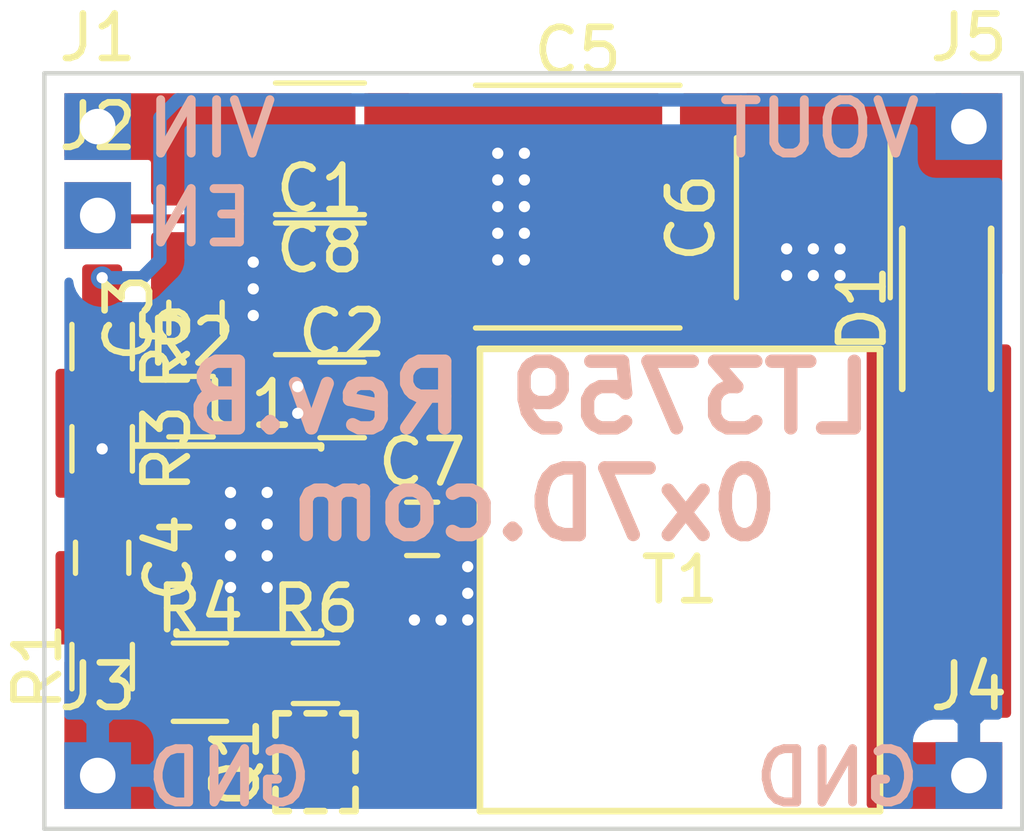
<source format=kicad_pcb>
(kicad_pcb (version 20171130) (host pcbnew "(5.0.0)")

  (general
    (thickness 1.6)
    (drawings 11)
    (tracks 87)
    (zones 0)
    (modules 23)
    (nets 16)
  )

  (page A4)
  (layers
    (0 F.Cu signal)
    (31 B.Cu signal)
    (34 B.Paste user)
    (35 F.Paste user)
    (36 B.SilkS user hide)
    (37 F.SilkS user)
    (38 B.Mask user)
    (39 F.Mask user)
    (44 Edge.Cuts user)
  )

  (setup
    (last_trace_width 0.2)
    (user_trace_width 0.1)
    (user_trace_width 0.2)
    (user_trace_width 0.3)
    (user_trace_width 0.4)
    (user_trace_width 0.5)
    (user_trace_width 0.8)
    (user_trace_width 1)
    (trace_clearance 0.2)
    (zone_clearance 0.4)
    (zone_45_only no)
    (trace_min 0.1)
    (segment_width 0.2)
    (edge_width 0.1)
    (via_size 0.508)
    (via_drill 0.254)
    (via_min_size 0.508)
    (via_min_drill 0.254)
    (uvia_size 0.3)
    (uvia_drill 0.1)
    (uvias_allowed no)
    (uvia_min_size 0.2)
    (uvia_min_drill 0.1)
    (pcb_text_width 0.3)
    (pcb_text_size 1.5 1.5)
    (mod_edge_width 0.15)
    (mod_text_size 1 1)
    (mod_text_width 0.15)
    (pad_size 1.5 1.17)
    (pad_drill 0)
    (pad_to_mask_clearance 0)
    (aux_axis_origin 0 0)
    (visible_elements 7FFCFFFF)
    (pcbplotparams
      (layerselection 0x010fc_80000001)
      (usegerberextensions false)
      (usegerberattributes false)
      (usegerberadvancedattributes false)
      (creategerberjobfile false)
      (excludeedgelayer true)
      (linewidth 0.100000)
      (plotframeref false)
      (viasonmask false)
      (mode 1)
      (useauxorigin false)
      (hpglpennumber 1)
      (hpglpenspeed 20)
      (hpglpendiameter 15.000000)
      (psnegative false)
      (psa4output false)
      (plotreference false)
      (plotvalue false)
      (plotinvisibletext false)
      (padsonsilk false)
      (subtractmaskfromsilk false)
      (outputformat 1)
      (mirror false)
      (drillshape 0)
      (scaleselection 1)
      (outputdirectory "Gerbers/"))
  )

  (net 0 "")
  (net 1 GNDREF)
  (net 2 "Net-(C1-Pad2)")
  (net 3 "Net-(C3-Pad1)")
  (net 4 "Net-(C4-Pad1)")
  (net 5 "Net-(J2-Pad1)")
  (net 6 "Net-(Q1-Pad3)")
  (net 7 "Net-(Q1-Pad2)")
  (net 8 "Net-(R1-Pad2)")
  (net 9 "Net-(R2-Pad1)")
  (net 10 "Net-(R3-Pad2)")
  (net 11 "Net-(R6-Pad2)")
  (net 12 "Net-(D1-Pad2)")
  (net 13 "Net-(Q1-Pad1)")
  (net 14 "Net-(C5-Pad2)")
  (net 15 "Net-(C7-Pad1)")

  (net_class Default "This is the default net class."
    (clearance 0.2)
    (trace_width 0.2)
    (via_dia 0.508)
    (via_drill 0.254)
    (uvia_dia 0.3)
    (uvia_drill 0.1)
    (add_net GNDREF)
    (add_net "Net-(C1-Pad2)")
    (add_net "Net-(C3-Pad1)")
    (add_net "Net-(C4-Pad1)")
    (add_net "Net-(C5-Pad2)")
    (add_net "Net-(C7-Pad1)")
    (add_net "Net-(D1-Pad2)")
    (add_net "Net-(J2-Pad1)")
    (add_net "Net-(Q1-Pad1)")
    (add_net "Net-(Q1-Pad2)")
    (add_net "Net-(Q1-Pad3)")
    (add_net "Net-(R1-Pad2)")
    (add_net "Net-(R2-Pad1)")
    (add_net "Net-(R3-Pad2)")
    (add_net "Net-(R6-Pad2)")
  )

  (module "Custom Parts:SOD-123W" (layer F.Cu) (tedit 5A6CE79A) (tstamp 5A8E4E07)
    (at 146 85.4 270)
    (path /5A6B91C6)
    (fp_text reference D1 (at 0 1.9 270) (layer F.SilkS)
      (effects (font (size 1 1) (thickness 0.15)))
    )
    (fp_text value D_RECT (at 0 -1.8 270) (layer F.Fab)
      (effects (font (size 1 1) (thickness 0.15)))
    )
    (fp_line (start -1.8 1) (end 1.8 1) (layer F.SilkS) (width 0.15))
    (fp_line (start -1.8 -1) (end 1.8 -1) (layer F.SilkS) (width 0.15))
    (pad 1 smd rect (at -1.55 0 270) (size 1.2 1.4) (layers F.Cu F.Paste F.Mask)
      (net 14 "Net-(C5-Pad2)"))
    (pad 2 smd rect (at 1.55 0 270) (size 1.2 1.4) (layers F.Cu F.Paste F.Mask)
      (net 12 "Net-(D1-Pad2)"))
  )

  (module "Custom Parts:Wurth_WE-FB_10.18x13.36mm" (layer F.Cu) (tedit 5A91E72C) (tstamp 5A6CF038)
    (at 140 91.5 180)
    (path /5A6B88EA)
    (fp_text reference T1 (at 0 0 180) (layer F.SilkS)
      (effects (font (size 1 1) (thickness 0.15)))
    )
    (fp_text value Wurth_Transformer_10.16x13.36mm (at 0 -6.1 180) (layer F.Fab)
      (effects (font (size 1 1) (thickness 0.15)))
    )
    (fp_line (start -4.5 -5.2) (end 4.5 -5.2) (layer F.SilkS) (width 0.15))
    (fp_line (start 4.5 -5.2) (end 4.5 5.2) (layer F.SilkS) (width 0.15))
    (fp_line (start 4.5 5.2) (end -4.5 5.2) (layer F.SilkS) (width 0.15))
    (fp_line (start -4.5 5.2) (end -4.5 -5.2) (layer F.SilkS) (width 0.15))
    (pad 1 smd rect (at -5.83 2.5 180) (size 2.08 1.17) (layers F.Cu F.Paste F.Mask)
      (net 1 GNDREF))
    (pad 2 smd rect (at -5.83 0 180) (size 2.08 1.17) (layers F.Cu F.Paste F.Mask))
    (pad 3 smd rect (at -5.83 -2.5 180) (size 2.08 1.17) (layers F.Cu F.Paste F.Mask)
      (net 12 "Net-(D1-Pad2)"))
    (pad 4 smd rect (at 5.83 -2.5 180) (size 2.08 1.17) (layers F.Cu F.Paste F.Mask)
      (net 13 "Net-(Q1-Pad1)"))
    (pad 6 smd rect (at 5.83 2.5 180) (size 2.08 1.17) (layers F.Cu F.Paste F.Mask)
      (net 2 "Net-(C1-Pad2)"))
    (pad 5 smd rect (at 5.83 0 180) (size 1.1 0.8) (layers F.Cu F.Paste F.Mask))
  )

  (module Resistors_SMD:R_0603 (layer F.Cu) (tedit 58E0A804) (tstamp 5A8E4162)
    (at 131.8 93.6)
    (descr "Resistor SMD 0603, reflow soldering, Vishay (see dcrcw.pdf)")
    (tags "resistor 0603")
    (path /5A8E442D)
    (attr smd)
    (fp_text reference R6 (at 0 -1.45) (layer F.SilkS)
      (effects (font (size 1 1) (thickness 0.15)))
    )
    (fp_text value R_GATE (at 0 1.5) (layer F.Fab)
      (effects (font (size 1 1) (thickness 0.15)))
    )
    (fp_text user %R (at 0 0) (layer F.Fab)
      (effects (font (size 0.4 0.4) (thickness 0.075)))
    )
    (fp_line (start -0.8 0.4) (end -0.8 -0.4) (layer F.Fab) (width 0.1))
    (fp_line (start 0.8 0.4) (end -0.8 0.4) (layer F.Fab) (width 0.1))
    (fp_line (start 0.8 -0.4) (end 0.8 0.4) (layer F.Fab) (width 0.1))
    (fp_line (start -0.8 -0.4) (end 0.8 -0.4) (layer F.Fab) (width 0.1))
    (fp_line (start 0.5 0.68) (end -0.5 0.68) (layer F.SilkS) (width 0.12))
    (fp_line (start -0.5 -0.68) (end 0.5 -0.68) (layer F.SilkS) (width 0.12))
    (fp_line (start -1.25 -0.7) (end 1.25 -0.7) (layer F.CrtYd) (width 0.05))
    (fp_line (start -1.25 -0.7) (end -1.25 0.7) (layer F.CrtYd) (width 0.05))
    (fp_line (start 1.25 0.7) (end 1.25 -0.7) (layer F.CrtYd) (width 0.05))
    (fp_line (start 1.25 0.7) (end -1.25 0.7) (layer F.CrtYd) (width 0.05))
    (pad 1 smd rect (at -0.75 0) (size 0.5 0.9) (layers F.Cu F.Paste F.Mask)
      (net 7 "Net-(Q1-Pad2)"))
    (pad 2 smd rect (at 0.75 0) (size 0.5 0.9) (layers F.Cu F.Paste F.Mask)
      (net 11 "Net-(R6-Pad2)"))
    (model ${KISYS3DMOD}/Resistors_SMD.3dshapes/R_0603.wrl
      (at (xyz 0 0 0))
      (scale (xyz 1 1 1))
      (rotate (xyz 0 0 0))
    )
  )

  (module Housings_SSOP:MSOP-12-1EP_3x4mm_Pitch0.65mm (layer F.Cu) (tedit 57AFAE52) (tstamp 5A6CF050)
    (at 130.3 90.6)
    (descr "MSE Package; 12-Lead Plastic MSOP, Exposed Die Pad; (see Linear Technology 05081666_G_MSE12.pdf)")
    (tags "SSOP 0.65")
    (path /5A6BF1D9)
    (attr smd)
    (fp_text reference U1 (at 0 -3.05) (layer F.SilkS)
      (effects (font (size 1 1) (thickness 0.15)))
    )
    (fp_text value LTC3759 (at 0 3.05) (layer F.Fab)
      (effects (font (size 1 1) (thickness 0.15)))
    )
    (fp_line (start -0.5 -2) (end 1.5 -2) (layer F.Fab) (width 0.15))
    (fp_line (start 1.5 -2) (end 1.5 2) (layer F.Fab) (width 0.15))
    (fp_line (start 1.5 2) (end -1.5 2) (layer F.Fab) (width 0.15))
    (fp_line (start -1.5 2) (end -1.5 -1) (layer F.Fab) (width 0.15))
    (fp_line (start -1.5 -1) (end -0.5 -2) (layer F.Fab) (width 0.15))
    (fp_line (start -2.8 -2.3) (end -2.8 2.3) (layer F.CrtYd) (width 0.05))
    (fp_line (start 2.8 -2.3) (end 2.8 2.3) (layer F.CrtYd) (width 0.05))
    (fp_line (start -2.8 -2.3) (end 2.8 -2.3) (layer F.CrtYd) (width 0.05))
    (fp_line (start -2.8 2.3) (end 2.8 2.3) (layer F.CrtYd) (width 0.05))
    (fp_line (start 1.625 -2.125) (end 1.625 -2.06) (layer F.SilkS) (width 0.15))
    (fp_line (start 1.625 2.125) (end 1.625 2.06) (layer F.SilkS) (width 0.15))
    (fp_line (start -1.625 2.125) (end -1.625 2.06) (layer F.SilkS) (width 0.15))
    (fp_line (start -1.625 -2.125) (end 1.625 -2.125) (layer F.SilkS) (width 0.15))
    (fp_line (start -1.625 2.125) (end 1.625 2.125) (layer F.SilkS) (width 0.15))
    (fp_line (start -1.625 -2.125) (end -2.55 -2.125) (layer F.SilkS) (width 0.15))
    (fp_text user %R (at 0 0) (layer F.Fab)
      (effects (font (size 0.6 0.6) (thickness 0.15)))
    )
    (pad 1 smd rect (at -2.105 -1.625) (size 0.89 0.42) (layers F.Cu F.Paste F.Mask)
      (net 9 "Net-(R2-Pad1)"))
    (pad 2 smd rect (at -2.105 -0.975) (size 0.89 0.42) (layers F.Cu F.Paste F.Mask)
      (net 10 "Net-(R3-Pad2)"))
    (pad 3 smd rect (at -2.105 -0.325) (size 0.89 0.42) (layers F.Cu F.Paste F.Mask)
      (net 4 "Net-(C4-Pad1)"))
    (pad 4 smd rect (at -2.105 0.325) (size 0.89 0.42) (layers F.Cu F.Paste F.Mask)
      (net 8 "Net-(R1-Pad2)"))
    (pad 5 smd rect (at -2.105 0.975) (size 0.89 0.42) (layers F.Cu F.Paste F.Mask)
      (net 1 GNDREF))
    (pad 6 smd rect (at -2.105 1.625) (size 0.89 0.42) (layers F.Cu F.Paste F.Mask)
      (net 1 GNDREF))
    (pad 7 smd rect (at 2.105 1.625) (size 0.89 0.42) (layers F.Cu F.Paste F.Mask)
      (net 6 "Net-(Q1-Pad3)"))
    (pad 8 smd rect (at 2.105 0.975) (size 0.89 0.42) (layers F.Cu F.Paste F.Mask)
      (net 11 "Net-(R6-Pad2)"))
    (pad 9 smd rect (at 2.105 0.325) (size 0.89 0.42) (layers F.Cu F.Paste F.Mask)
      (net 15 "Net-(C7-Pad1)"))
    (pad 10 smd rect (at 2.105 -0.325) (size 0.89 0.42) (layers F.Cu F.Paste F.Mask)
      (net 2 "Net-(C1-Pad2)"))
    (pad 11 smd rect (at 2.105 -0.975) (size 0.89 0.42) (layers F.Cu F.Paste F.Mask)
      (net 2 "Net-(C1-Pad2)"))
    (pad 12 smd rect (at 2.105 -1.625) (size 0.89 0.42) (layers F.Cu F.Paste F.Mask)
      (net 5 "Net-(J2-Pad1)"))
    (pad 13 smd rect (at 0.4125 1.06875) (size 0.825 0.7125) (layers F.Cu F.Paste F.Mask)
      (net 1 GNDREF) (solder_paste_margin_ratio -0.2))
    (pad 13 smd rect (at 0.4125 0.35625) (size 0.825 0.7125) (layers F.Cu F.Paste F.Mask)
      (net 1 GNDREF) (solder_paste_margin_ratio -0.2))
    (pad 13 smd rect (at 0.4125 -0.35625) (size 0.825 0.7125) (layers F.Cu F.Paste F.Mask)
      (net 1 GNDREF) (solder_paste_margin_ratio -0.2))
    (pad 13 smd rect (at 0.4125 -1.06875) (size 0.825 0.7125) (layers F.Cu F.Paste F.Mask)
      (net 1 GNDREF) (solder_paste_margin_ratio -0.2))
    (pad 13 smd rect (at -0.4125 1.06875) (size 0.825 0.7125) (layers F.Cu F.Paste F.Mask)
      (net 1 GNDREF) (solder_paste_margin_ratio -0.2))
    (pad 13 smd rect (at -0.4125 0.35625) (size 0.825 0.7125) (layers F.Cu F.Paste F.Mask)
      (net 1 GNDREF) (solder_paste_margin_ratio -0.2))
    (pad 13 smd rect (at -0.4125 -0.35625) (size 0.825 0.7125) (layers F.Cu F.Paste F.Mask)
      (net 1 GNDREF) (solder_paste_margin_ratio -0.2))
    (pad 13 smd rect (at -0.4125 -1.06875) (size 0.825 0.7125) (layers F.Cu F.Paste F.Mask)
      (net 1 GNDREF) (solder_paste_margin_ratio -0.2))
    (model ${KISYS3DMOD}/Housings_SSOP.3dshapes/MSOP-12-1EP_3x4mm_Pitch0.65mm.wrl
      (at (xyz 0 0 0))
      (scale (xyz 1 1 1))
      (rotate (xyz 0 0 0))
    )
  )

  (module Resistors_SMD:R_0603 (layer F.Cu) (tedit 58E0A804) (tstamp 5A6CF02A)
    (at 127 86.25 270)
    (descr "Resistor SMD 0603, reflow soldering, Vishay (see dcrcw.pdf)")
    (tags "resistor 0603")
    (path /5A6B9F37)
    (attr smd)
    (fp_text reference R5 (at 0 -1.45 270) (layer F.SilkS)
      (effects (font (size 1 1) (thickness 0.15)))
    )
    (fp_text value R_FB (at 0 1.5 270) (layer F.Fab)
      (effects (font (size 1 1) (thickness 0.15)))
    )
    (fp_text user %R (at 0 0 270) (layer F.Fab)
      (effects (font (size 0.4 0.4) (thickness 0.075)))
    )
    (fp_line (start -0.8 0.4) (end -0.8 -0.4) (layer F.Fab) (width 0.1))
    (fp_line (start 0.8 0.4) (end -0.8 0.4) (layer F.Fab) (width 0.1))
    (fp_line (start 0.8 -0.4) (end 0.8 0.4) (layer F.Fab) (width 0.1))
    (fp_line (start -0.8 -0.4) (end 0.8 -0.4) (layer F.Fab) (width 0.1))
    (fp_line (start 0.5 0.68) (end -0.5 0.68) (layer F.SilkS) (width 0.12))
    (fp_line (start -0.5 -0.68) (end 0.5 -0.68) (layer F.SilkS) (width 0.12))
    (fp_line (start -1.25 -0.7) (end 1.25 -0.7) (layer F.CrtYd) (width 0.05))
    (fp_line (start -1.25 -0.7) (end -1.25 0.7) (layer F.CrtYd) (width 0.05))
    (fp_line (start 1.25 0.7) (end 1.25 -0.7) (layer F.CrtYd) (width 0.05))
    (fp_line (start 1.25 0.7) (end -1.25 0.7) (layer F.CrtYd) (width 0.05))
    (pad 1 smd rect (at -0.75 0 270) (size 0.5 0.9) (layers F.Cu F.Paste F.Mask)
      (net 14 "Net-(C5-Pad2)"))
    (pad 2 smd rect (at 0.75 0 270) (size 0.5 0.9) (layers F.Cu F.Paste F.Mask)
      (net 10 "Net-(R3-Pad2)"))
    (model ${KISYS3DMOD}/Resistors_SMD.3dshapes/R_0603.wrl
      (at (xyz 0 0 0))
      (scale (xyz 1 1 1))
      (rotate (xyz 0 0 0))
    )
  )

  (module Resistors_SMD:R_0805 (layer F.Cu) (tedit 58E0A804) (tstamp 5A6CF024)
    (at 129.2 93.8)
    (descr "Resistor SMD 0805, reflow soldering, Vishay (see dcrcw.pdf)")
    (tags "resistor 0805")
    (path /5A6B8B69)
    (attr smd)
    (fp_text reference R4 (at 0 -1.65) (layer F.SilkS)
      (effects (font (size 1 1) (thickness 0.15)))
    )
    (fp_text value R_SENSE (at 0 1.75) (layer F.Fab)
      (effects (font (size 1 1) (thickness 0.15)))
    )
    (fp_text user %R (at 0 0) (layer F.Fab)
      (effects (font (size 0.5 0.5) (thickness 0.075)))
    )
    (fp_line (start -1 0.62) (end -1 -0.62) (layer F.Fab) (width 0.1))
    (fp_line (start 1 0.62) (end -1 0.62) (layer F.Fab) (width 0.1))
    (fp_line (start 1 -0.62) (end 1 0.62) (layer F.Fab) (width 0.1))
    (fp_line (start -1 -0.62) (end 1 -0.62) (layer F.Fab) (width 0.1))
    (fp_line (start 0.6 0.88) (end -0.6 0.88) (layer F.SilkS) (width 0.12))
    (fp_line (start -0.6 -0.88) (end 0.6 -0.88) (layer F.SilkS) (width 0.12))
    (fp_line (start -1.55 -0.9) (end 1.55 -0.9) (layer F.CrtYd) (width 0.05))
    (fp_line (start -1.55 -0.9) (end -1.55 0.9) (layer F.CrtYd) (width 0.05))
    (fp_line (start 1.55 0.9) (end 1.55 -0.9) (layer F.CrtYd) (width 0.05))
    (fp_line (start 1.55 0.9) (end -1.55 0.9) (layer F.CrtYd) (width 0.05))
    (pad 1 smd rect (at -0.95 0) (size 0.7 1.3) (layers F.Cu F.Paste F.Mask)
      (net 1 GNDREF))
    (pad 2 smd rect (at 0.95 0) (size 0.7 1.3) (layers F.Cu F.Paste F.Mask)
      (net 6 "Net-(Q1-Pad3)"))
    (model ${KISYS3DMOD}/Resistors_SMD.3dshapes/R_0805.wrl
      (at (xyz 0 0 0))
      (scale (xyz 1 1 1))
      (rotate (xyz 0 0 0))
    )
  )

  (module Resistors_SMD:R_0603 (layer F.Cu) (tedit 58E0A804) (tstamp 5A6CF01E)
    (at 127 88.55 270)
    (descr "Resistor SMD 0603, reflow soldering, Vishay (see dcrcw.pdf)")
    (tags "resistor 0603")
    (path /5A6B9FBA)
    (attr smd)
    (fp_text reference R3 (at 0 -1.45 270) (layer F.SilkS)
      (effects (font (size 1 1) (thickness 0.15)))
    )
    (fp_text value R_BIAS (at 0 1.5 270) (layer F.Fab)
      (effects (font (size 1 1) (thickness 0.15)))
    )
    (fp_text user %R (at 0 0 270) (layer F.Fab)
      (effects (font (size 0.4 0.4) (thickness 0.075)))
    )
    (fp_line (start -0.8 0.4) (end -0.8 -0.4) (layer F.Fab) (width 0.1))
    (fp_line (start 0.8 0.4) (end -0.8 0.4) (layer F.Fab) (width 0.1))
    (fp_line (start 0.8 -0.4) (end 0.8 0.4) (layer F.Fab) (width 0.1))
    (fp_line (start -0.8 -0.4) (end 0.8 -0.4) (layer F.Fab) (width 0.1))
    (fp_line (start 0.5 0.68) (end -0.5 0.68) (layer F.SilkS) (width 0.12))
    (fp_line (start -0.5 -0.68) (end 0.5 -0.68) (layer F.SilkS) (width 0.12))
    (fp_line (start -1.25 -0.7) (end 1.25 -0.7) (layer F.CrtYd) (width 0.05))
    (fp_line (start -1.25 -0.7) (end -1.25 0.7) (layer F.CrtYd) (width 0.05))
    (fp_line (start 1.25 0.7) (end 1.25 -0.7) (layer F.CrtYd) (width 0.05))
    (fp_line (start 1.25 0.7) (end -1.25 0.7) (layer F.CrtYd) (width 0.05))
    (pad 1 smd rect (at -0.75 0 270) (size 0.5 0.9) (layers F.Cu F.Paste F.Mask)
      (net 1 GNDREF))
    (pad 2 smd rect (at 0.75 0 270) (size 0.5 0.9) (layers F.Cu F.Paste F.Mask)
      (net 10 "Net-(R3-Pad2)"))
    (model ${KISYS3DMOD}/Resistors_SMD.3dshapes/R_0603.wrl
      (at (xyz 0 0 0))
      (scale (xyz 1 1 1))
      (rotate (xyz 0 0 0))
    )
  )

  (module Resistors_SMD:R_0603 (layer F.Cu) (tedit 58E0A804) (tstamp 5A6CF018)
    (at 129 87.6)
    (descr "Resistor SMD 0603, reflow soldering, Vishay (see dcrcw.pdf)")
    (tags "resistor 0603")
    (path /5A6B8978)
    (attr smd)
    (fp_text reference R2 (at 0 -1.45) (layer F.SilkS)
      (effects (font (size 1 1) (thickness 0.15)))
    )
    (fp_text value R_VC (at 0 1.5) (layer F.Fab)
      (effects (font (size 1 1) (thickness 0.15)))
    )
    (fp_text user %R (at 0 0) (layer F.Fab)
      (effects (font (size 0.4 0.4) (thickness 0.075)))
    )
    (fp_line (start -0.8 0.4) (end -0.8 -0.4) (layer F.Fab) (width 0.1))
    (fp_line (start 0.8 0.4) (end -0.8 0.4) (layer F.Fab) (width 0.1))
    (fp_line (start 0.8 -0.4) (end 0.8 0.4) (layer F.Fab) (width 0.1))
    (fp_line (start -0.8 -0.4) (end 0.8 -0.4) (layer F.Fab) (width 0.1))
    (fp_line (start 0.5 0.68) (end -0.5 0.68) (layer F.SilkS) (width 0.12))
    (fp_line (start -0.5 -0.68) (end 0.5 -0.68) (layer F.SilkS) (width 0.12))
    (fp_line (start -1.25 -0.7) (end 1.25 -0.7) (layer F.CrtYd) (width 0.05))
    (fp_line (start -1.25 -0.7) (end -1.25 0.7) (layer F.CrtYd) (width 0.05))
    (fp_line (start 1.25 0.7) (end 1.25 -0.7) (layer F.CrtYd) (width 0.05))
    (fp_line (start 1.25 0.7) (end -1.25 0.7) (layer F.CrtYd) (width 0.05))
    (pad 1 smd rect (at -0.75 0) (size 0.5 0.9) (layers F.Cu F.Paste F.Mask)
      (net 9 "Net-(R2-Pad1)"))
    (pad 2 smd rect (at 0.75 0) (size 0.5 0.9) (layers F.Cu F.Paste F.Mask)
      (net 3 "Net-(C3-Pad1)"))
    (model ${KISYS3DMOD}/Resistors_SMD.3dshapes/R_0603.wrl
      (at (xyz 0 0 0))
      (scale (xyz 1 1 1))
      (rotate (xyz 0 0 0))
    )
  )

  (module Resistors_SMD:R_0603 (layer F.Cu) (tedit 58E0A804) (tstamp 5A6CF012)
    (at 127 93.45 90)
    (descr "Resistor SMD 0603, reflow soldering, Vishay (see dcrcw.pdf)")
    (tags "resistor 0603")
    (path /5A6BAAF4)
    (attr smd)
    (fp_text reference R1 (at 0 -1.45 90) (layer F.SilkS)
      (effects (font (size 1 1) (thickness 0.15)))
    )
    (fp_text value R_FREQ (at 0 1.5 90) (layer F.Fab)
      (effects (font (size 1 1) (thickness 0.15)))
    )
    (fp_text user %R (at 0 0 90) (layer F.Fab)
      (effects (font (size 0.4 0.4) (thickness 0.075)))
    )
    (fp_line (start -0.8 0.4) (end -0.8 -0.4) (layer F.Fab) (width 0.1))
    (fp_line (start 0.8 0.4) (end -0.8 0.4) (layer F.Fab) (width 0.1))
    (fp_line (start 0.8 -0.4) (end 0.8 0.4) (layer F.Fab) (width 0.1))
    (fp_line (start -0.8 -0.4) (end 0.8 -0.4) (layer F.Fab) (width 0.1))
    (fp_line (start 0.5 0.68) (end -0.5 0.68) (layer F.SilkS) (width 0.12))
    (fp_line (start -0.5 -0.68) (end 0.5 -0.68) (layer F.SilkS) (width 0.12))
    (fp_line (start -1.25 -0.7) (end 1.25 -0.7) (layer F.CrtYd) (width 0.05))
    (fp_line (start -1.25 -0.7) (end -1.25 0.7) (layer F.CrtYd) (width 0.05))
    (fp_line (start 1.25 0.7) (end 1.25 -0.7) (layer F.CrtYd) (width 0.05))
    (fp_line (start 1.25 0.7) (end -1.25 0.7) (layer F.CrtYd) (width 0.05))
    (pad 1 smd rect (at -0.75 0 90) (size 0.5 0.9) (layers F.Cu F.Paste F.Mask)
      (net 1 GNDREF))
    (pad 2 smd rect (at 0.75 0 90) (size 0.5 0.9) (layers F.Cu F.Paste F.Mask)
      (net 8 "Net-(R1-Pad2)"))
    (model ${KISYS3DMOD}/Resistors_SMD.3dshapes/R_0603.wrl
      (at (xyz 0 0 0))
      (scale (xyz 1 1 1))
      (rotate (xyz 0 0 0))
    )
  )

  (module Capacitors_SMD:C_0603 (layer F.Cu) (tedit 59958EE7) (tstamp 5A6CEFBF)
    (at 129.1 85.6 90)
    (descr "Capacitor SMD 0603, reflow soldering, AVX (see smccp.pdf)")
    (tags "capacitor 0603")
    (path /5A6B89DB)
    (attr smd)
    (fp_text reference C3 (at 0 -1.5 90) (layer F.SilkS)
      (effects (font (size 1 1) (thickness 0.15)))
    )
    (fp_text value C_VC (at 0 1.5 90) (layer F.Fab)
      (effects (font (size 1 1) (thickness 0.15)))
    )
    (fp_line (start 1.4 0.65) (end -1.4 0.65) (layer F.CrtYd) (width 0.05))
    (fp_line (start 1.4 0.65) (end 1.4 -0.65) (layer F.CrtYd) (width 0.05))
    (fp_line (start -1.4 -0.65) (end -1.4 0.65) (layer F.CrtYd) (width 0.05))
    (fp_line (start -1.4 -0.65) (end 1.4 -0.65) (layer F.CrtYd) (width 0.05))
    (fp_line (start 0.35 0.6) (end -0.35 0.6) (layer F.SilkS) (width 0.12))
    (fp_line (start -0.35 -0.6) (end 0.35 -0.6) (layer F.SilkS) (width 0.12))
    (fp_line (start -0.8 -0.4) (end 0.8 -0.4) (layer F.Fab) (width 0.1))
    (fp_line (start 0.8 -0.4) (end 0.8 0.4) (layer F.Fab) (width 0.1))
    (fp_line (start 0.8 0.4) (end -0.8 0.4) (layer F.Fab) (width 0.1))
    (fp_line (start -0.8 0.4) (end -0.8 -0.4) (layer F.Fab) (width 0.1))
    (fp_text user %R (at 0 0 90) (layer F.Fab)
      (effects (font (size 0.3 0.3) (thickness 0.075)))
    )
    (pad 2 smd rect (at 0.75 0 90) (size 0.8 0.75) (layers F.Cu F.Paste F.Mask)
      (net 1 GNDREF))
    (pad 1 smd rect (at -0.75 0 90) (size 0.8 0.75) (layers F.Cu F.Paste F.Mask)
      (net 3 "Net-(C3-Pad1)"))
    (model Capacitors_SMD.3dshapes/C_0603.wrl
      (at (xyz 0 0 0))
      (scale (xyz 1 1 1))
      (rotate (xyz 0 0 0))
    )
  )

  (module Capacitors_SMD:C_0805 (layer F.Cu) (tedit 58AA8463) (tstamp 5A6CEFB9)
    (at 132.4 87.45)
    (descr "Capacitor SMD 0805, reflow soldering, AVX (see smccp.pdf)")
    (tags "capacitor 0805")
    (path /5A6C0FBE)
    (attr smd)
    (fp_text reference C2 (at 0 -1.5) (layer F.SilkS)
      (effects (font (size 1 1) (thickness 0.15)))
    )
    (fp_text value C (at 0 1.75) (layer F.Fab)
      (effects (font (size 1 1) (thickness 0.15)))
    )
    (fp_text user %R (at 0 -1.5) (layer F.Fab)
      (effects (font (size 1 1) (thickness 0.15)))
    )
    (fp_line (start -1 0.62) (end -1 -0.62) (layer F.Fab) (width 0.1))
    (fp_line (start 1 0.62) (end -1 0.62) (layer F.Fab) (width 0.1))
    (fp_line (start 1 -0.62) (end 1 0.62) (layer F.Fab) (width 0.1))
    (fp_line (start -1 -0.62) (end 1 -0.62) (layer F.Fab) (width 0.1))
    (fp_line (start 0.5 -0.85) (end -0.5 -0.85) (layer F.SilkS) (width 0.12))
    (fp_line (start -0.5 0.85) (end 0.5 0.85) (layer F.SilkS) (width 0.12))
    (fp_line (start -1.75 -0.88) (end 1.75 -0.88) (layer F.CrtYd) (width 0.05))
    (fp_line (start -1.75 -0.88) (end -1.75 0.87) (layer F.CrtYd) (width 0.05))
    (fp_line (start 1.75 0.87) (end 1.75 -0.88) (layer F.CrtYd) (width 0.05))
    (fp_line (start 1.75 0.87) (end -1.75 0.87) (layer F.CrtYd) (width 0.05))
    (pad 1 smd rect (at -1 0) (size 1 1.25) (layers F.Cu F.Paste F.Mask)
      (net 1 GNDREF))
    (pad 2 smd rect (at 1 0) (size 1 1.25) (layers F.Cu F.Paste F.Mask)
      (net 2 "Net-(C1-Pad2)"))
    (model Capacitors_SMD.3dshapes/C_0805.wrl
      (at (xyz 0 0 0))
      (scale (xyz 1 1 1))
      (rotate (xyz 0 0 0))
    )
  )

  (module Capacitors_SMD:C_0603 (layer F.Cu) (tedit 59958EE7) (tstamp 5A6CEFC5)
    (at 127 91 270)
    (descr "Capacitor SMD 0603, reflow soldering, AVX (see smccp.pdf)")
    (tags "capacitor 0603")
    (path /5A6C6769)
    (attr smd)
    (fp_text reference C4 (at 0 -1.5 270) (layer F.SilkS)
      (effects (font (size 1 1) (thickness 0.15)))
    )
    (fp_text value C_SS (at 0 1.5 270) (layer F.Fab)
      (effects (font (size 1 1) (thickness 0.15)))
    )
    (fp_line (start 1.4 0.65) (end -1.4 0.65) (layer F.CrtYd) (width 0.05))
    (fp_line (start 1.4 0.65) (end 1.4 -0.65) (layer F.CrtYd) (width 0.05))
    (fp_line (start -1.4 -0.65) (end -1.4 0.65) (layer F.CrtYd) (width 0.05))
    (fp_line (start -1.4 -0.65) (end 1.4 -0.65) (layer F.CrtYd) (width 0.05))
    (fp_line (start 0.35 0.6) (end -0.35 0.6) (layer F.SilkS) (width 0.12))
    (fp_line (start -0.35 -0.6) (end 0.35 -0.6) (layer F.SilkS) (width 0.12))
    (fp_line (start -0.8 -0.4) (end 0.8 -0.4) (layer F.Fab) (width 0.1))
    (fp_line (start 0.8 -0.4) (end 0.8 0.4) (layer F.Fab) (width 0.1))
    (fp_line (start 0.8 0.4) (end -0.8 0.4) (layer F.Fab) (width 0.1))
    (fp_line (start -0.8 0.4) (end -0.8 -0.4) (layer F.Fab) (width 0.1))
    (fp_text user %R (at 0 0 270) (layer F.Fab)
      (effects (font (size 0.3 0.3) (thickness 0.075)))
    )
    (pad 2 smd rect (at 0.75 0 270) (size 0.8 0.75) (layers F.Cu F.Paste F.Mask)
      (net 1 GNDREF))
    (pad 1 smd rect (at -0.75 0 270) (size 0.8 0.75) (layers F.Cu F.Paste F.Mask)
      (net 4 "Net-(C4-Pad1)"))
    (model Capacitors_SMD.3dshapes/C_0603.wrl
      (at (xyz 0 0 0))
      (scale (xyz 1 1 1))
      (rotate (xyz 0 0 0))
    )
  )

  (module "Custom Parts:EPC2016C" (layer F.Cu) (tedit 5A8E6323) (tstamp 5A6CF00C)
    (at 131.8 95.6 270)
    (path /5A6B8B05)
    (fp_text reference Q1 (at 0 1.8 270) (layer F.SilkS)
      (effects (font (size 1 1) (thickness 0.15)))
    )
    (fp_text value Q_SWITCH (at 0 -1.7 270) (layer F.Fab)
      (effects (font (size 1 1) (thickness 0.15)))
    )
    (fp_line (start 1.1 0.6) (end 1.1 0.9) (layer F.SilkS) (width 0.15))
    (fp_line (start 1.1 0.9) (end 0.6 0.9) (layer F.SilkS) (width 0.15))
    (fp_line (start 1.1 -0.2) (end 1.1 0.2) (layer F.SilkS) (width 0.15))
    (fp_line (start 1.1 -0.9) (end 1.1 -0.6) (layer F.SilkS) (width 0.15))
    (fp_line (start -0.2 0.9) (end 0.2 0.9) (layer F.SilkS) (width 0.15))
    (fp_line (start -1.1 0.6) (end -1.1 0.9) (layer F.SilkS) (width 0.15))
    (fp_line (start -1.1 0.9) (end -0.6 0.9) (layer F.SilkS) (width 0.15))
    (fp_line (start -1.1 -0.2) (end -1.1 0.2) (layer F.SilkS) (width 0.15))
    (fp_line (start 0.6 -0.9) (end 1.1 -0.9) (layer F.SilkS) (width 0.15))
    (fp_line (start -0.2 -0.9) (end 0.2 -0.9) (layer F.SilkS) (width 0.15))
    (fp_line (start -1.1 -0.9) (end -1.1 -0.6) (layer F.SilkS) (width 0.15))
    (fp_line (start -1.1 -0.9) (end -0.6 -0.9) (layer F.SilkS) (width 0.15))
    (pad 3 smd oval (at 0 0 270) (size 0.18 1.362) (layers F.Cu F.Paste F.Mask)
      (net 6 "Net-(Q1-Pad3)") (solder_paste_margin -0.05))
    (pad 1 smd oval (at 0.4 0 270) (size 0.18 1.362) (layers F.Cu F.Paste F.Mask)
      (net 13 "Net-(Q1-Pad1)") (solder_paste_margin -0.05))
    (pad 3 smd oval (at 0.8 0 270) (size 0.18 1.362) (layers F.Cu F.Paste F.Mask)
      (net 6 "Net-(Q1-Pad3)") (solder_paste_margin -0.05))
    (pad 1 smd oval (at -0.4 0 270) (size 0.18 1.362) (layers F.Cu F.Paste F.Mask)
      (net 13 "Net-(Q1-Pad1)") (solder_paste_margin -0.05))
    (pad 3 smd oval (at -0.8 0.401 270) (size 0.18 0.56) (layers F.Cu F.Paste F.Mask)
      (net 6 "Net-(Q1-Pad3)") (solder_paste_margin -0.05))
    (pad 2 smd oval (at -0.8 -0.401 270) (size 0.18 0.56) (layers F.Cu F.Paste F.Mask)
      (net 7 "Net-(Q1-Pad2)") (solder_paste_margin -0.05))
  )

  (module Capacitors_SMD:C_1210 (layer F.Cu) (tedit 58AA84E2) (tstamp 5A6CEFB3)
    (at 131.9 84.95)
    (descr "Capacitor SMD 1210, reflow soldering, AVX (see smccp.pdf)")
    (tags "capacitor 1210")
    (path /5A6C10DF)
    (attr smd)
    (fp_text reference C1 (at 0 -2.25) (layer F.SilkS)
      (effects (font (size 1 1) (thickness 0.15)))
    )
    (fp_text value C (at 0 2.5) (layer F.Fab)
      (effects (font (size 1 1) (thickness 0.15)))
    )
    (fp_text user %R (at 0 -2.25) (layer F.Fab)
      (effects (font (size 1 1) (thickness 0.15)))
    )
    (fp_line (start -1.6 1.25) (end -1.6 -1.25) (layer F.Fab) (width 0.1))
    (fp_line (start 1.6 1.25) (end -1.6 1.25) (layer F.Fab) (width 0.1))
    (fp_line (start 1.6 -1.25) (end 1.6 1.25) (layer F.Fab) (width 0.1))
    (fp_line (start -1.6 -1.25) (end 1.6 -1.25) (layer F.Fab) (width 0.1))
    (fp_line (start 1 -1.48) (end -1 -1.48) (layer F.SilkS) (width 0.12))
    (fp_line (start -1 1.48) (end 1 1.48) (layer F.SilkS) (width 0.12))
    (fp_line (start -2.25 -1.5) (end 2.25 -1.5) (layer F.CrtYd) (width 0.05))
    (fp_line (start -2.25 -1.5) (end -2.25 1.5) (layer F.CrtYd) (width 0.05))
    (fp_line (start 2.25 1.5) (end 2.25 -1.5) (layer F.CrtYd) (width 0.05))
    (fp_line (start 2.25 1.5) (end -2.25 1.5) (layer F.CrtYd) (width 0.05))
    (pad 1 smd rect (at -1.5 0) (size 1 2.5) (layers F.Cu F.Paste F.Mask)
      (net 1 GNDREF))
    (pad 2 smd rect (at 1.5 0) (size 1 2.5) (layers F.Cu F.Paste F.Mask)
      (net 2 "Net-(C1-Pad2)"))
    (model Capacitors_SMD.3dshapes/C_1210.wrl
      (at (xyz 0 0 0))
      (scale (xyz 1 1 1))
      (rotate (xyz 0 0 0))
    )
  )

  (module Capacitors_SMD:C_2220 (layer F.Cu) (tedit 58AA8565) (tstamp 5A8E6751)
    (at 137.7 83.1)
    (descr "Capacitor SMD 2220, reflow soldering, AVX (see smccp.pdf)")
    (tags "capacitor 2220")
    (path /5A6B92D0)
    (attr smd)
    (fp_text reference C5 (at 0 -3.5) (layer F.SilkS)
      (effects (font (size 1 1) (thickness 0.15)))
    )
    (fp_text value C_OUT (at 0 3.75) (layer F.Fab)
      (effects (font (size 1 1) (thickness 0.15)))
    )
    (fp_text user %R (at 0 -3.5) (layer F.Fab)
      (effects (font (size 1 1) (thickness 0.15)))
    )
    (fp_line (start -2.75 2.5) (end -2.75 -2.5) (layer F.Fab) (width 0.1))
    (fp_line (start 2.75 2.5) (end -2.75 2.5) (layer F.Fab) (width 0.1))
    (fp_line (start 2.75 -2.5) (end 2.75 2.5) (layer F.Fab) (width 0.1))
    (fp_line (start -2.75 -2.5) (end 2.75 -2.5) (layer F.Fab) (width 0.1))
    (fp_line (start 2.3 -2.73) (end -2.3 -2.73) (layer F.SilkS) (width 0.12))
    (fp_line (start -2.3 2.73) (end 2.3 2.73) (layer F.SilkS) (width 0.12))
    (fp_line (start -3.55 -2.75) (end 3.55 -2.75) (layer F.CrtYd) (width 0.05))
    (fp_line (start -3.55 -2.75) (end -3.55 2.75) (layer F.CrtYd) (width 0.05))
    (fp_line (start 3.55 2.75) (end 3.55 -2.75) (layer F.CrtYd) (width 0.05))
    (fp_line (start 3.55 2.75) (end -3.55 2.75) (layer F.CrtYd) (width 0.05))
    (pad 1 smd rect (at -2.8 0) (size 1 5) (layers F.Cu F.Paste F.Mask)
      (net 1 GNDREF))
    (pad 2 smd rect (at 2.8 0) (size 1 5) (layers F.Cu F.Paste F.Mask)
      (net 14 "Net-(C5-Pad2)"))
    (model Capacitors_SMD.3dshapes/C_2220.wrl
      (at (xyz 0 0 0))
      (scale (xyz 1 1 1))
      (rotate (xyz 0 0 0))
    )
  )

  (module Capacitors_SMD:C_1812 (layer F.Cu) (tedit 58AA850E) (tstamp 5A8E6756)
    (at 143 83.35 90)
    (descr "Capacitor SMD 1812, reflow soldering, AVX (see smccp.pdf)")
    (tags "capacitor 1812")
    (path /5A6B93C6)
    (attr smd)
    (fp_text reference C6 (at 0 -2.75 90) (layer F.SilkS)
      (effects (font (size 1 1) (thickness 0.15)))
    )
    (fp_text value C_OUT (at 0 2.75 90) (layer F.Fab)
      (effects (font (size 1 1) (thickness 0.15)))
    )
    (fp_text user %R (at 0 -2.75 90) (layer F.Fab)
      (effects (font (size 1 1) (thickness 0.15)))
    )
    (fp_line (start -2.25 1.6) (end -2.25 -1.6) (layer F.Fab) (width 0.1))
    (fp_line (start 2.25 1.6) (end -2.25 1.6) (layer F.Fab) (width 0.1))
    (fp_line (start 2.25 -1.6) (end 2.25 1.6) (layer F.Fab) (width 0.1))
    (fp_line (start -2.25 -1.6) (end 2.25 -1.6) (layer F.Fab) (width 0.1))
    (fp_line (start 1.8 -1.73) (end -1.8 -1.73) (layer F.SilkS) (width 0.12))
    (fp_line (start -1.8 1.73) (end 1.8 1.73) (layer F.SilkS) (width 0.12))
    (fp_line (start -3.05 -1.85) (end 3.05 -1.85) (layer F.CrtYd) (width 0.05))
    (fp_line (start -3.05 -1.85) (end -3.05 1.85) (layer F.CrtYd) (width 0.05))
    (fp_line (start 3.05 1.85) (end 3.05 -1.85) (layer F.CrtYd) (width 0.05))
    (fp_line (start 3.05 1.85) (end -3.05 1.85) (layer F.CrtYd) (width 0.05))
    (pad 1 smd rect (at -2.3 0 90) (size 1 3) (layers F.Cu F.Paste F.Mask)
      (net 1 GNDREF))
    (pad 2 smd rect (at 2.3 0 90) (size 1 3) (layers F.Cu F.Paste F.Mask)
      (net 14 "Net-(C5-Pad2)"))
    (model Capacitors_SMD.3dshapes/C_1812.wrl
      (at (xyz 0 0 0))
      (scale (xyz 1 1 1))
      (rotate (xyz 0 0 0))
    )
  )

  (module Capacitors_SMD:C_0603 (layer F.Cu) (tedit 59958EE7) (tstamp 5A8E675B)
    (at 134.2 90.35)
    (descr "Capacitor SMD 0603, reflow soldering, AVX (see smccp.pdf)")
    (tags "capacitor 0603")
    (path /5A6BA4CA)
    (attr smd)
    (fp_text reference C7 (at 0 -1.5) (layer F.SilkS)
      (effects (font (size 1 1) (thickness 0.15)))
    )
    (fp_text value C_BP (at 0 1.5) (layer F.Fab)
      (effects (font (size 1 1) (thickness 0.15)))
    )
    (fp_line (start 1.4 0.65) (end -1.4 0.65) (layer F.CrtYd) (width 0.05))
    (fp_line (start 1.4 0.65) (end 1.4 -0.65) (layer F.CrtYd) (width 0.05))
    (fp_line (start -1.4 -0.65) (end -1.4 0.65) (layer F.CrtYd) (width 0.05))
    (fp_line (start -1.4 -0.65) (end 1.4 -0.65) (layer F.CrtYd) (width 0.05))
    (fp_line (start 0.35 0.6) (end -0.35 0.6) (layer F.SilkS) (width 0.12))
    (fp_line (start -0.35 -0.6) (end 0.35 -0.6) (layer F.SilkS) (width 0.12))
    (fp_line (start -0.8 -0.4) (end 0.8 -0.4) (layer F.Fab) (width 0.1))
    (fp_line (start 0.8 -0.4) (end 0.8 0.4) (layer F.Fab) (width 0.1))
    (fp_line (start 0.8 0.4) (end -0.8 0.4) (layer F.Fab) (width 0.1))
    (fp_line (start -0.8 0.4) (end -0.8 -0.4) (layer F.Fab) (width 0.1))
    (fp_text user %R (at 0 0) (layer F.Fab)
      (effects (font (size 0.3 0.3) (thickness 0.075)))
    )
    (pad 2 smd rect (at 0.75 0) (size 0.8 0.75) (layers F.Cu F.Paste F.Mask)
      (net 1 GNDREF))
    (pad 1 smd rect (at -0.75 0) (size 0.8 0.75) (layers F.Cu F.Paste F.Mask)
      (net 15 "Net-(C7-Pad1)"))
    (model Capacitors_SMD.3dshapes/C_0603.wrl
      (at (xyz 0 0 0))
      (scale (xyz 1 1 1))
      (rotate (xyz 0 0 0))
    )
  )

  (module Capacitors_SMD:C_1210 (layer F.Cu) (tedit 58AA84E2) (tstamp 5A912C53)
    (at 131.9 81.8 180)
    (descr "Capacitor SMD 1210, reflow soldering, AVX (see smccp.pdf)")
    (tags "capacitor 1210")
    (path /5A911DC8)
    (attr smd)
    (fp_text reference C8 (at 0 -2.25 180) (layer F.SilkS)
      (effects (font (size 1 1) (thickness 0.15)))
    )
    (fp_text value C (at 0 2.5 180) (layer F.Fab)
      (effects (font (size 1 1) (thickness 0.15)))
    )
    (fp_text user %R (at 0 -2.25 180) (layer F.Fab)
      (effects (font (size 1 1) (thickness 0.15)))
    )
    (fp_line (start -1.6 1.25) (end -1.6 -1.25) (layer F.Fab) (width 0.1))
    (fp_line (start 1.6 1.25) (end -1.6 1.25) (layer F.Fab) (width 0.1))
    (fp_line (start 1.6 -1.25) (end 1.6 1.25) (layer F.Fab) (width 0.1))
    (fp_line (start -1.6 -1.25) (end 1.6 -1.25) (layer F.Fab) (width 0.1))
    (fp_line (start 1 -1.48) (end -1 -1.48) (layer F.SilkS) (width 0.12))
    (fp_line (start -1 1.48) (end 1 1.48) (layer F.SilkS) (width 0.12))
    (fp_line (start -2.25 -1.5) (end 2.25 -1.5) (layer F.CrtYd) (width 0.05))
    (fp_line (start -2.25 -1.5) (end -2.25 1.5) (layer F.CrtYd) (width 0.05))
    (fp_line (start 2.25 1.5) (end 2.25 -1.5) (layer F.CrtYd) (width 0.05))
    (fp_line (start 2.25 1.5) (end -2.25 1.5) (layer F.CrtYd) (width 0.05))
    (pad 1 smd rect (at -1.5 0 180) (size 1 2.5) (layers F.Cu F.Paste F.Mask)
      (net 1 GNDREF))
    (pad 2 smd rect (at 1.5 0 180) (size 1 2.5) (layers F.Cu F.Paste F.Mask)
      (net 2 "Net-(C1-Pad2)"))
    (model Capacitors_SMD.3dshapes/C_1210.wrl
      (at (xyz 0 0 0))
      (scale (xyz 1 1 1))
      (rotate (xyz 0 0 0))
    )
  )

  (module Measurement_Points:Measurement_Point_Square-TH_Small (layer F.Cu) (tedit 56C360B9) (tstamp 5A8E4E14)
    (at 126.9 95.9)
    (descr "Mesurement Point, Square, Trough Hole,  1.5mm x 1.5mm, Drill 0.8mm,")
    (tags "Mesurement Point Square Trough Hole 1.5x1.5mm Drill 0.8mm")
    (path /5A6D14D6)
    (attr virtual)
    (fp_text reference J3 (at 0 -2) (layer F.SilkS)
      (effects (font (size 1 1) (thickness 0.15)))
    )
    (fp_text value GND (at 0 2) (layer F.Fab)
      (effects (font (size 1 1) (thickness 0.15)))
    )
    (fp_line (start -1 -1) (end 1 -1) (layer F.CrtYd) (width 0.05))
    (fp_line (start 1 -1) (end 1 1) (layer F.CrtYd) (width 0.05))
    (fp_line (start 1 1) (end -1 1) (layer F.CrtYd) (width 0.05))
    (fp_line (start -1 1) (end -1 -1) (layer F.CrtYd) (width 0.05))
    (pad 1 thru_hole rect (at 0 0) (size 1.5 1.5) (drill 0.8) (layers *.Cu *.Mask)
      (net 1 GNDREF))
  )

  (module Measurement_Points:Measurement_Point_Square-TH_Small (layer F.Cu) (tedit 56C360B9) (tstamp 5A8E4E18)
    (at 146.5 95.9)
    (descr "Mesurement Point, Square, Trough Hole,  1.5mm x 1.5mm, Drill 0.8mm,")
    (tags "Mesurement Point Square Trough Hole 1.5x1.5mm Drill 0.8mm")
    (path /5A6C4E27)
    (attr virtual)
    (fp_text reference J4 (at 0 -2) (layer F.SilkS)
      (effects (font (size 1 1) (thickness 0.15)))
    )
    (fp_text value GND (at 0 2) (layer F.Fab)
      (effects (font (size 1 1) (thickness 0.15)))
    )
    (fp_line (start -1 -1) (end 1 -1) (layer F.CrtYd) (width 0.05))
    (fp_line (start 1 -1) (end 1 1) (layer F.CrtYd) (width 0.05))
    (fp_line (start 1 1) (end -1 1) (layer F.CrtYd) (width 0.05))
    (fp_line (start -1 1) (end -1 -1) (layer F.CrtYd) (width 0.05))
    (pad 1 thru_hole rect (at 0 0) (size 1.5 1.5) (drill 0.8) (layers *.Cu *.Mask)
      (net 1 GNDREF))
  )

  (module Measurement_Points:Measurement_Point_Square-TH_Small (layer F.Cu) (tedit 56C360B9) (tstamp 5A8E4E1C)
    (at 146.5 81.3)
    (descr "Mesurement Point, Square, Trough Hole,  1.5mm x 1.5mm, Drill 0.8mm,")
    (tags "Mesurement Point Square Trough Hole 1.5x1.5mm Drill 0.8mm")
    (path /5A6C51D4)
    (attr virtual)
    (fp_text reference J5 (at 0 -2) (layer F.SilkS)
      (effects (font (size 1 1) (thickness 0.15)))
    )
    (fp_text value VOUT (at 0 2) (layer F.Fab)
      (effects (font (size 1 1) (thickness 0.15)))
    )
    (fp_line (start -1 -1) (end 1 -1) (layer F.CrtYd) (width 0.05))
    (fp_line (start 1 -1) (end 1 1) (layer F.CrtYd) (width 0.05))
    (fp_line (start 1 1) (end -1 1) (layer F.CrtYd) (width 0.05))
    (fp_line (start -1 1) (end -1 -1) (layer F.CrtYd) (width 0.05))
    (pad 1 thru_hole rect (at 0 0) (size 1.5 1.5) (drill 0.8) (layers *.Cu *.Mask)
      (net 14 "Net-(C5-Pad2)"))
  )

  (module Measurement_Points:Measurement_Point_Square-TH_Small (layer F.Cu) (tedit 56C360B9) (tstamp 5A8E4E0C)
    (at 126.9 81.3)
    (descr "Mesurement Point, Square, Trough Hole,  1.5mm x 1.5mm, Drill 0.8mm,")
    (tags "Mesurement Point Square Trough Hole 1.5x1.5mm Drill 0.8mm")
    (path /5A6C1261)
    (attr virtual)
    (fp_text reference J1 (at 0 -2) (layer F.SilkS)
      (effects (font (size 1 1) (thickness 0.15)))
    )
    (fp_text value VIN (at 0 2) (layer F.Fab)
      (effects (font (size 1 1) (thickness 0.15)))
    )
    (fp_line (start -1 -1) (end 1 -1) (layer F.CrtYd) (width 0.05))
    (fp_line (start 1 -1) (end 1 1) (layer F.CrtYd) (width 0.05))
    (fp_line (start 1 1) (end -1 1) (layer F.CrtYd) (width 0.05))
    (fp_line (start -1 1) (end -1 -1) (layer F.CrtYd) (width 0.05))
    (pad 1 thru_hole rect (at 0 0) (size 1.5 1.5) (drill 0.8) (layers *.Cu *.Mask)
      (net 2 "Net-(C1-Pad2)"))
  )

  (module Measurement_Points:Measurement_Point_Square-TH_Small (layer F.Cu) (tedit 56C360B9) (tstamp 5A8E4E10)
    (at 126.9 83.3)
    (descr "Mesurement Point, Square, Trough Hole,  1.5mm x 1.5mm, Drill 0.8mm,")
    (tags "Mesurement Point Square Trough Hole 1.5x1.5mm Drill 0.8mm")
    (path /5A6D210E)
    (attr virtual)
    (fp_text reference J2 (at 0 -2) (layer F.SilkS)
      (effects (font (size 1 1) (thickness 0.15)))
    )
    (fp_text value EN (at 0 2) (layer F.Fab)
      (effects (font (size 1 1) (thickness 0.15)))
    )
    (fp_line (start -1 -1) (end 1 -1) (layer F.CrtYd) (width 0.05))
    (fp_line (start 1 -1) (end 1 1) (layer F.CrtYd) (width 0.05))
    (fp_line (start 1 1) (end -1 1) (layer F.CrtYd) (width 0.05))
    (fp_line (start -1 1) (end -1 -1) (layer F.CrtYd) (width 0.05))
    (pad 1 thru_hole rect (at 0 0) (size 1.5 1.5) (drill 0.8) (layers *.Cu *.Mask)
      (net 5 "Net-(J2-Pad1)"))
  )

  (gr_text "LT3759 Rev.B" (at 136.6 87.4) (layer B.SilkS)
    (effects (font (size 1.5 1.5) (thickness 0.3)) (justify mirror))
  )
  (gr_text 0x7D.com (at 136.7 89.8) (layer B.SilkS)
    (effects (font (size 1.5 1.5) (thickness 0.3)) (justify mirror))
  )
  (gr_text VOUT (at 145.5 81.35) (layer B.SilkS)
    (effects (font (size 1.2 1.2) (thickness 0.2)) (justify left mirror))
  )
  (gr_text GND (at 145.5 95.95) (layer B.SilkS)
    (effects (font (size 1.2 1.2) (thickness 0.2)) (justify left mirror))
  )
  (gr_text EN (at 127.9 83.35) (layer B.SilkS)
    (effects (font (size 1.2 1.2) (thickness 0.2)) (justify right mirror))
  )
  (gr_text GND (at 127.9 95.95) (layer B.SilkS)
    (effects (font (size 1.2 1.2) (thickness 0.2)) (justify right mirror))
  )
  (gr_text VIN (at 127.9 81.35) (layer B.SilkS)
    (effects (font (size 1.2 1.2) (thickness 0.2)) (justify right mirror))
  )
  (gr_line (start 125.7 97.1) (end 147.7 97.1) (angle 90) (layer Edge.Cuts) (width 0.1))
  (gr_line (start 147.7 80.1) (end 125.7 80.1) (angle 90) (layer Edge.Cuts) (width 0.1))
  (gr_line (start 147.7 97.1) (end 147.7 80.1) (angle 90) (layer Edge.Cuts) (width 0.1))
  (gr_line (start 125.7 80.1) (end 125.7 97.1) (angle 90) (layer Edge.Cuts) (width 0.1))

  (segment (start 127 87.8) (end 127 88.55) (width 0.2) (layer F.Cu) (net 1) (status 10))
  (via (at 127 88.55) (size 0.508) (drill 0.254) (layers F.Cu B.Cu) (net 1))
  (segment (start 136.5 84.3) (end 135.9 84.3) (width 0.2) (layer F.Cu) (net 1))
  (via (at 135.9 84.3) (size 0.508) (drill 0.254) (layers F.Cu B.Cu) (net 1))
  (segment (start 135.9 84.3) (end 135.9 83.7) (width 0.2) (layer F.Cu) (net 1))
  (via (at 135.9 83.7) (size 0.508) (drill 0.254) (layers F.Cu B.Cu) (net 1))
  (via (at 136.5 84.3) (size 0.508) (drill 0.254) (layers F.Cu B.Cu) (net 1))
  (segment (start 135.9 83.7) (end 136.5 83.7) (width 0.2) (layer F.Cu) (net 1))
  (via (at 136.5 83.7) (size 0.508) (drill 0.254) (layers F.Cu B.Cu) (net 1))
  (segment (start 136.5 81.9) (end 135.9 81.9) (width 0.2) (layer F.Cu) (net 1))
  (via (at 135.9 81.9) (size 0.508) (drill 0.254) (layers F.Cu B.Cu) (net 1))
  (via (at 135.9 82.5) (size 0.508) (drill 0.254) (layers F.Cu B.Cu) (net 1))
  (segment (start 135.9 81.9) (end 135.9 82.5) (width 0.2) (layer F.Cu) (net 1))
  (via (at 136.5 81.9) (size 0.508) (drill 0.254) (layers F.Cu B.Cu) (net 1))
  (segment (start 136.5 82.5) (end 135.9 82.5) (width 0.2) (layer F.Cu) (net 1))
  (via (at 135.9 83.1) (size 0.508) (drill 0.254) (layers F.Cu B.Cu) (net 1))
  (segment (start 135.9 82.5) (end 135.9 83.1) (width 0.2) (layer F.Cu) (net 1))
  (via (at 136.5 82.5) (size 0.508) (drill 0.254) (layers F.Cu B.Cu) (net 1))
  (segment (start 135.9 83.7) (end 135.9 83.1) (width 0.2) (layer F.Cu) (net 1))
  (segment (start 136.5 83.1) (end 135.9 83.1) (width 0.2) (layer F.Cu) (net 1))
  (segment (start 135.9 83.1) (end 134.9 83.1) (width 0.2) (layer F.Cu) (net 1) (status 20))
  (via (at 136.5 83.1) (size 0.508) (drill 0.254) (layers F.Cu B.Cu) (net 1))
  (via (at 143.6 84.65) (size 0.508) (drill 0.254) (layers F.Cu B.Cu) (net 1))
  (via (at 143 84.65) (size 0.508) (drill 0.254) (layers F.Cu B.Cu) (net 1))
  (segment (start 142.4 84.65) (end 142.4 84.05) (width 0.2) (layer F.Cu) (net 1))
  (via (at 142.4 84.05) (size 0.508) (drill 0.254) (layers F.Cu B.Cu) (net 1))
  (segment (start 142.4 84.65) (end 143 84.65) (width 0.2) (layer F.Cu) (net 1))
  (via (at 142.4 84.65) (size 0.508) (drill 0.254) (layers F.Cu B.Cu) (net 1))
  (segment (start 143.6 84.65) (end 143 84.65) (width 0.2) (layer F.Cu) (net 1))
  (via (at 143.6 84.05) (size 0.508) (drill 0.254) (layers F.Cu B.Cu) (net 1))
  (segment (start 143.6 84.65) (end 143.6 84.05) (width 0.2) (layer F.Cu) (net 1))
  (via (at 143 84.05) (size 0.508) (drill 0.254) (layers F.Cu B.Cu) (net 1))
  (segment (start 143 84.05) (end 143 84.65) (width 0.2) (layer F.Cu) (net 1))
  (segment (start 134.625 92.4) (end 134.025 92.4) (width 0.3) (layer F.Cu) (net 1))
  (via (at 134.025 92.4) (size 0.508) (drill 0.254) (layers F.Cu B.Cu) (net 1))
  (segment (start 131.4 87.45) (end 131.4 87.75) (width 0.2) (layer F.Cu) (net 1) (status 30))
  (via (at 131.4 87.75) (size 0.508) (drill 0.254) (layers F.Cu B.Cu) (net 1) (status 30))
  (segment (start 131.4 87.45) (end 131.4 87.15) (width 0.2) (layer F.Cu) (net 1) (status 30))
  (via (at 131.4 87.15) (size 0.508) (drill 0.254) (layers F.Cu B.Cu) (net 1) (status 30))
  (segment (start 143 85.4) (end 143 84.65) (width 0.2) (layer F.Cu) (net 1) (status 10))
  (segment (start 130.4 84.95) (end 130.4 85.55) (width 0.2) (layer F.Cu) (net 1) (status 30))
  (via (at 130.4 85.55) (size 0.508) (drill 0.254) (layers F.Cu B.Cu) (net 1) (status 30))
  (segment (start 130.4 84.95) (end 130.4 84.35) (width 0.2) (layer F.Cu) (net 1) (status 30))
  (via (at 130.4 84.35) (size 0.508) (drill 0.254) (layers F.Cu B.Cu) (net 1) (status 30))
  (via (at 130.4 84.95) (size 0.508) (drill 0.254) (layers F.Cu B.Cu) (net 1) (status 30))
  (via (at 129.8875 89.53125) (size 0.508) (drill 0.254) (layers F.Cu B.Cu) (net 1) (status 30))
  (via (at 130.7125 89.53125) (size 0.508) (drill 0.254) (layers F.Cu B.Cu) (net 1) (status 30))
  (via (at 130.7125 90.24375) (size 0.508) (drill 0.254) (layers F.Cu B.Cu) (net 1) (status 30))
  (via (at 129.8875 90.24375) (size 0.508) (drill 0.254) (layers F.Cu B.Cu) (net 1) (status 30))
  (via (at 129.8875 90.95625) (size 0.508) (drill 0.254) (layers F.Cu B.Cu) (net 1) (status 30))
  (via (at 130.7125 90.95625) (size 0.508) (drill 0.254) (layers F.Cu B.Cu) (net 1) (status 30))
  (via (at 130.7125 91.66875) (size 0.508) (drill 0.254) (layers F.Cu B.Cu) (net 1) (status 30))
  (via (at 129.8875 91.66875) (size 0.508) (drill 0.254) (layers F.Cu B.Cu) (net 1) (status 30))
  (segment (start 134.625 92.4) (end 135.225 92.4) (width 0.3) (layer F.Cu) (net 1))
  (via (at 134.625 92.4) (size 0.508) (drill 0.254) (layers F.Cu B.Cu) (net 1))
  (segment (start 135.225 92.4) (end 135.225 91.8) (width 0.3) (layer F.Cu) (net 1))
  (segment (start 135.224002 91.799002) (end 135.225 91.8) (width 0.3) (layer F.Cu) (net 1) (tstamp 5A912FEB))
  (via (at 135.225 91.8) (size 0.508) (drill 0.254) (layers F.Cu B.Cu) (net 1))
  (via (at 135.224002 91.2) (size 0.508) (drill 0.254) (layers F.Cu B.Cu) (net 1))
  (segment (start 135.224002 91.2) (end 135.224002 90.624002) (width 0.3) (layer F.Cu) (net 1) (status 20))
  (segment (start 135.224002 91.2) (end 135.224002 91.799002) (width 0.3) (layer F.Cu) (net 1))
  (via (at 135.225 92.4) (size 0.508) (drill 0.254) (layers F.Cu B.Cu) (net 1))
  (segment (start 134.95 90.35) (end 135.224002 90.624002) (width 0.3) (layer F.Cu) (net 1) (status 30))
  (segment (start 127.075 90.275) (end 127 90.2) (width 0.2) (layer F.Cu) (net 4) (status 30))
  (segment (start 127.475 83.375) (end 127.2 83.1) (width 0.2) (layer F.Cu) (net 5) (status 30))
  (segment (start 127.2 83.1) (end 126.7 83.1) (width 0.2) (layer F.Cu) (net 5) (status 30))
  (segment (start 132.17 92.225) (end 132.405 92.225) (width 0.3) (layer F.Cu) (net 6) (status 30))
  (segment (start 131.05 93.6) (end 131.05 93.8) (width 0.3) (layer F.Cu) (net 7) (status 30))
  (segment (start 128.25 87.6) (end 128.25 88.92) (width 0.2) (layer F.Cu) (net 9) (status 30))
  (segment (start 128.25 88.92) (end 128.195 88.975) (width 0.2) (layer F.Cu) (net 9) (status 30))
  (segment (start 127.3 89.25) (end 127 89.25) (width 0.2) (layer F.Cu) (net 10) (status 30))
  (segment (start 127 86.95) (end 126.35 86.95) (width 0.2) (layer F.Cu) (net 10) (status 10))
  (segment (start 126.35 86.95) (end 126.2 87.1) (width 0.2) (layer F.Cu) (net 10))
  (segment (start 126.35 89.25) (end 127 89.25) (width 0.2) (layer F.Cu) (net 10) (status 20))
  (segment (start 126.2 87.1) (end 126.2 89.1) (width 0.2) (layer F.Cu) (net 10))
  (segment (start 126.2 89.1) (end 126.35 89.25) (width 0.2) (layer F.Cu) (net 10))
  (segment (start 132.55 93.4) (end 132.55 93.6) (width 0.3) (layer F.Cu) (net 11) (status 30))
  (segment (start 145.83 94) (end 146.285 94) (width 0.2) (layer F.Cu) (net 12) (status 30))
  (segment (start 146.7 81.1) (end 146.3 80.7) (width 0.3) (layer B.Cu) (net 14) (status 30))
  (segment (start 146.3 80.7) (end 128.7 80.7) (width 0.3) (layer B.Cu) (net 14) (status 10))
  (via (at 127 84.7) (size 0.508) (drill 0.254) (layers F.Cu B.Cu) (net 14))
  (segment (start 127 84.7) (end 127 85.45) (width 0.3) (layer F.Cu) (net 14) (status 20))
  (segment (start 127.9 84.7) (end 127 84.7) (width 0.3) (layer B.Cu) (net 14))
  (segment (start 128.3 84.3) (end 127.9 84.7) (width 0.3) (layer B.Cu) (net 14))
  (segment (start 128.3 81.1) (end 128.3 84.3) (width 0.3) (layer B.Cu) (net 14))
  (segment (start 128.7 80.7) (end 128.3 81.1) (width 0.3) (layer B.Cu) (net 14))
  (segment (start 133.45 90.45) (end 133.45 90.35) (width 0.3) (layer F.Cu) (net 15) (status 30))

  (zone (net 1) (net_name GNDREF) (layer B.Cu) (tstamp 0) (hatch edge 0.508)
    (connect_pads (clearance 0.4))
    (min_thickness 0.2)
    (fill yes (arc_segments 32) (thermal_gap 0.508) (thermal_bridge_width 0.508) (smoothing fillet) (radius 0.1))
    (polygon
      (pts
        (xy 125.7 80.1) (xy 125.7 97.1) (xy 147.7 97.1) (xy 147.7 80.1)
      )
    )
    (filled_polygon
      (pts
        (xy 145.247581 82.05) (xy 145.257235 82.148017) (xy 145.285825 82.242267) (xy 145.332254 82.329129) (xy 145.394736 82.405264)
        (xy 145.470871 82.467746) (xy 145.557733 82.514175) (xy 145.651983 82.542765) (xy 145.75 82.552419) (xy 147.150001 82.552419)
        (xy 147.15 94.542) (xy 146.806 94.542) (xy 146.654 94.694) (xy 146.654 95.746) (xy 146.674 95.746)
        (xy 146.674 96.054) (xy 146.654 96.054) (xy 146.654 96.074) (xy 146.346 96.074) (xy 146.346 96.054)
        (xy 145.294 96.054) (xy 145.142 96.206) (xy 145.142 96.55) (xy 144.6 96.55) (xy 144.6 95.090117)
        (xy 145.142 95.090117) (xy 145.142 95.594) (xy 145.294 95.746) (xy 146.346 95.746) (xy 146.346 94.694)
        (xy 146.194 94.542) (xy 145.690117 94.542) (xy 145.572653 94.565365) (xy 145.462004 94.611197) (xy 145.362422 94.677736)
        (xy 145.277735 94.762423) (xy 145.211197 94.862004) (xy 145.165365 94.972653) (xy 145.142 95.090117) (xy 144.6 95.090117)
        (xy 144.6 86.3) (xy 144.592388 86.261732) (xy 144.570711 86.229289) (xy 144.538268 86.207612) (xy 144.5 86.2)
        (xy 135.5 86.2) (xy 135.461732 86.207612) (xy 135.429289 86.229289) (xy 135.407612 86.261732) (xy 135.4 86.3)
        (xy 135.4 96.55) (xy 128.258 96.55) (xy 128.258 96.206) (xy 128.106 96.054) (xy 127.054 96.054)
        (xy 127.054 96.074) (xy 126.746 96.074) (xy 126.746 96.054) (xy 126.726 96.054) (xy 126.726 95.746)
        (xy 126.746 95.746) (xy 126.746 94.694) (xy 127.054 94.694) (xy 127.054 95.746) (xy 128.106 95.746)
        (xy 128.258 95.594) (xy 128.258 95.090117) (xy 128.234635 94.972653) (xy 128.188803 94.862004) (xy 128.122265 94.762423)
        (xy 128.037578 94.677736) (xy 127.937996 94.611197) (xy 127.827347 94.565365) (xy 127.709883 94.542) (xy 127.206 94.542)
        (xy 127.054 94.694) (xy 126.746 94.694) (xy 126.594 94.542) (xy 126.25 94.542) (xy 126.25 84.794371)
        (xy 126.274976 84.919934) (xy 126.331814 85.057153) (xy 126.41433 85.180647) (xy 126.519353 85.28567) (xy 126.642847 85.368186)
        (xy 126.780066 85.425024) (xy 126.925738 85.454) (xy 127.074262 85.454) (xy 127.219934 85.425024) (xy 127.357153 85.368186)
        (xy 127.38437 85.35) (xy 127.868079 85.35) (xy 127.9 85.353144) (xy 127.931921 85.35) (xy 127.931932 85.35)
        (xy 128.027422 85.340595) (xy 128.149948 85.303427) (xy 128.262868 85.24307) (xy 128.361843 85.161843) (xy 128.3822 85.137038)
        (xy 128.737038 84.7822) (xy 128.761843 84.761843) (xy 128.84307 84.662868) (xy 128.903427 84.549948) (xy 128.940595 84.427422)
        (xy 128.95 84.331932) (xy 128.95 84.331922) (xy 128.953144 84.300001) (xy 128.95 84.26808) (xy 128.95 81.369238)
        (xy 128.969238 81.35) (xy 145.247581 81.35)
      )
    )
  )
  (zone (net 0) (net_name "") (layer B.Cu) (tstamp 0) (hatch edge 0.508)
    (connect_pads yes (clearance 0.1))
    (min_thickness 0.1)
    (keepout (tracks not_allowed) (vias not_allowed) (copperpour not_allowed))
    (fill yes (arc_segments 32) (thermal_gap 0.508) (thermal_bridge_width 0.508))
    (polygon
      (pts
        (xy 135.5 86.3) (xy 144.5 86.3) (xy 144.5 96.7) (xy 135.5 96.7)
      )
    )
  )
  (zone (net 2) (net_name "Net-(C1-Pad2)") (layer F.Cu) (tstamp 0) (hatch edge 0.508)
    (priority 1)
    (connect_pads yes (clearance 0.2))
    (min_thickness 0.2)
    (fill yes (arc_segments 32) (thermal_gap 0.508) (thermal_bridge_width 0.508) (smoothing fillet) (radius 0.06))
    (polygon
      (pts
        (xy 131.9 90.5) (xy 133.05 90.5) (xy 133.05 89.775) (xy 135.5 89.775) (xy 135.5 85.6)
        (xy 135.5 83.05) (xy 132.9 83.05) (xy 132.9 80.55) (xy 132.3 80.55) (xy 126.15 80.55)
        (xy 126.15 82.05) (xy 128.1 82.05) (xy 128.1 83.1) (xy 131.1 83.1) (xy 131.1 83.4)
        (xy 131.1 86.5) (xy 132.4 86.5) (xy 132.4 88.7) (xy 131.9 88.7) (xy 131.9 89)
        (xy 131.9 89.3) (xy 131.9 89.4)
      )
    )
    (filled_polygon
      (pts
        (xy 132.598549 83.05) (xy 132.604341 83.10881) (xy 132.621496 83.16536) (xy 132.649353 83.217477) (xy 132.686842 83.263158)
        (xy 132.732523 83.300647) (xy 132.78464 83.328504) (xy 132.84119 83.345659) (xy 132.9 83.351451) (xy 133.9 83.351451)
        (xy 133.914733 83.35) (xy 134.098549 83.35) (xy 134.098549 85.6) (xy 134.104341 85.65881) (xy 134.121496 85.71536)
        (xy 134.149353 85.767477) (xy 134.186842 85.813158) (xy 134.232523 85.850647) (xy 134.28464 85.878504) (xy 134.34119 85.895659)
        (xy 134.4 85.901451) (xy 135.4 85.901451) (xy 135.4 89.675) (xy 135.364733 89.675) (xy 135.35 89.673549)
        (xy 134.55 89.673549) (xy 134.535267 89.675) (xy 133.864733 89.675) (xy 133.85 89.673549) (xy 133.05 89.673549)
        (xy 132.99119 89.679341) (xy 132.93464 89.696496) (xy 132.882523 89.724353) (xy 132.836842 89.761842) (xy 132.799353 89.807523)
        (xy 132.771496 89.85964) (xy 132.754341 89.91619) (xy 132.748549 89.975) (xy 132.748549 90.4) (xy 132 90.4)
        (xy 132 89.5) (xy 132.75 89.5) (xy 132.818115 89.486451) (xy 132.85 89.486451) (xy 132.90881 89.480659)
        (xy 132.96536 89.463504) (xy 133.017477 89.435647) (xy 133.063158 89.398158) (xy 133.100647 89.352477) (xy 133.128504 89.30036)
        (xy 133.145659 89.24381) (xy 133.151451 89.185) (xy 133.151451 88.765) (xy 133.145659 88.70619) (xy 133.128504 88.64964)
        (xy 133.100647 88.597523) (xy 133.063158 88.551842) (xy 133.017477 88.514353) (xy 132.96536 88.486496) (xy 132.90881 88.469341)
        (xy 132.85 88.463549) (xy 132.818114 88.463549) (xy 132.8 88.459946) (xy 132.8 86.5) (xy 132.777164 86.385196)
        (xy 132.747875 86.314485) (xy 132.682842 86.217156) (xy 132.585515 86.152125) (xy 132.514804 86.122836) (xy 132.4 86.1)
        (xy 131.65 86.1) (xy 131.65 83.375) (xy 131.627164 83.260196) (xy 131.597875 83.189485) (xy 131.532842 83.092156)
        (xy 131.435515 83.027125) (xy 131.364804 82.997836) (xy 131.25 82.975) (xy 128.2 82.975) (xy 128.2 82.11)
        (xy 128.198079 82.090491) (xy 128.192388 82.071731) (xy 128.174814 82.029305) (xy 128.165572 82.012016) (xy 128.153136 81.996863)
        (xy 128.137982 81.984426) (xy 128.120695 81.975186) (xy 128.078269 81.957612) (xy 128.05951 81.951922) (xy 128.04 81.95)
        (xy 126.25 81.95) (xy 126.25 80.65) (xy 132.598549 80.65)
      )
    )
  )
  (zone (net 1) (net_name GNDREF) (layer F.Cu) (tstamp 0) (hatch edge 0.508)
    (priority 2)
    (connect_pads yes (clearance 0.2))
    (min_thickness 0.2)
    (fill yes (arc_segments 32) (thermal_gap 0.508) (thermal_bridge_width 0.508) (smoothing fillet) (radius 0.06))
    (polygon
      (pts
        (xy 139.8 85.8) (xy 141.2 85.8) (xy 141.2 82.9) (xy 144.7 82.9) (xy 144.7 88.3)
        (xy 147 88.3) (xy 147 89.7) (xy 144.5 89.7) (xy 144.5 95.15) (xy 147.25 95.15)
        (xy 147.25 96.65) (xy 144.2 96.65) (xy 144.2 86.3) (xy 135.7 86.3) (xy 135.7 85.6)
        (xy 134.4 85.6) (xy 134.4 83.05) (xy 132.9 83.05) (xy 132.9 80.55) (xy 139.8 80.55)
      )
    )
    (filled_polygon
      (pts
        (xy 139.5 85.54) (xy 139.538062 85.731347) (xy 139.555636 85.773773) (xy 139.664017 85.935975) (xy 139.826227 86.044364)
        (xy 139.868653 86.061938) (xy 140.06 86.1) (xy 140.94 86.1) (xy 141.131347 86.061938) (xy 141.173773 86.044364)
        (xy 141.335975 85.935983) (xy 141.444364 85.773773) (xy 141.461938 85.731347) (xy 141.5 85.54) (xy 141.5 83.2)
        (xy 144.6 83.2) (xy 144.6 88.24) (xy 144.601921 88.259509) (xy 144.607612 88.278269) (xy 144.625186 88.320695)
        (xy 144.634428 88.337984) (xy 144.646864 88.353137) (xy 144.662018 88.365574) (xy 144.679305 88.374814) (xy 144.721731 88.392388)
        (xy 144.74049 88.398078) (xy 144.76 88.4) (xy 146.8 88.4) (xy 146.8 89.6) (xy 144.56 89.6)
        (xy 144.540491 89.601921) (xy 144.521731 89.607612) (xy 144.479305 89.625186) (xy 144.462016 89.634428) (xy 144.446863 89.646864)
        (xy 144.434426 89.662018) (xy 144.425186 89.679305) (xy 144.407612 89.721731) (xy 144.401922 89.74049) (xy 144.4 89.76)
        (xy 144.4 95.09) (xy 144.401921 95.109509) (xy 144.407612 95.128269) (xy 144.425186 95.170695) (xy 144.434428 95.187984)
        (xy 144.446864 95.203137) (xy 144.462018 95.215574) (xy 144.479305 95.224814) (xy 144.521731 95.242388) (xy 144.54049 95.248078)
        (xy 144.56 95.25) (xy 147.15 95.25) (xy 147.15 96.55) (xy 144.3 96.55) (xy 144.3 86.36)
        (xy 144.298079 86.340491) (xy 144.292388 86.321731) (xy 144.274814 86.279305) (xy 144.265572 86.262016) (xy 144.253136 86.246863)
        (xy 144.237982 86.234426) (xy 144.220695 86.225186) (xy 144.178269 86.207612) (xy 144.15951 86.201922) (xy 144.14 86.2)
        (xy 135.8 86.2) (xy 135.8 85.66) (xy 135.798079 85.640491) (xy 135.792388 85.621731) (xy 135.774814 85.579305)
        (xy 135.765572 85.562016) (xy 135.753136 85.546863) (xy 135.737982 85.534426) (xy 135.720695 85.525186) (xy 135.678269 85.507612)
        (xy 135.65951 85.501922) (xy 135.64 85.5) (xy 134.5 85.5) (xy 134.5 83.11) (xy 134.498079 83.090491)
        (xy 134.492388 83.071731) (xy 134.474814 83.029305) (xy 134.465572 83.012016) (xy 134.453136 82.996863) (xy 134.437982 82.984426)
        (xy 134.420695 82.975186) (xy 134.378269 82.957612) (xy 134.35951 82.951922) (xy 134.34 82.95) (xy 133 82.95)
        (xy 133 80.65) (xy 139.5 80.65)
      )
    )
  )
  (zone (net 14) (net_name "Net-(C5-Pad2)") (layer F.Cu) (tstamp 0) (hatch edge 0.508)
    (priority 3)
    (connect_pads yes (clearance 0.4))
    (min_thickness 0.2)
    (fill yes (arc_segments 32) (thermal_gap 0.508) (thermal_bridge_width 0.508) (smoothing fillet) (radius 0.06))
    (polygon
      (pts
        (xy 140 85.6) (xy 141 85.6) (xy 141 82.7) (xy 141.5 82.7) (xy 144.5 82.7)
        (xy 145.1 82.7) (xy 145.1 84.7) (xy 147.25 84.7) (xy 147.25 84.2) (xy 147.25 80.75)
        (xy 147.25 80.55) (xy 140.15 80.55) (xy 140 80.55)
      )
    )
    (filled_polygon
      (pts
        (xy 147.15 84.6) (xy 145.2 84.6) (xy 145.2 82.76) (xy 145.198079 82.740491) (xy 145.192388 82.721731)
        (xy 145.174814 82.679305) (xy 145.165572 82.662016) (xy 145.153136 82.646863) (xy 145.137982 82.634426) (xy 145.120695 82.625186)
        (xy 145.078269 82.607612) (xy 145.05951 82.601922) (xy 145.04 82.6) (xy 141.06 82.6) (xy 141.040491 82.601921)
        (xy 141.021731 82.607612) (xy 140.979305 82.625186) (xy 140.962016 82.634428) (xy 140.946863 82.646864) (xy 140.934426 82.662018)
        (xy 140.925186 82.679305) (xy 140.907612 82.721731) (xy 140.901922 82.74049) (xy 140.9 82.76) (xy 140.9 85.5)
        (xy 140.1 85.5) (xy 140.1 80.65) (xy 147.15 80.65)
      )
    )
  )
  (zone (net 1) (net_name GNDREF) (layer F.Cu) (tstamp 0) (hatch edge 0.508)
    (priority 1)
    (connect_pads yes (clearance 0.2))
    (min_thickness 0.2)
    (fill yes (arc_segments 32) (thermal_gap 0.508) (thermal_bridge_width 0.508) (smoothing fillet) (radius 0.06))
    (polygon
      (pts
        (xy 129.9 83.6) (xy 131.3 83.6) (xy 131.3 86.5) (xy 132.4 86.5) (xy 132.4 88.55)
        (xy 131.7 88.55) (xy 131.7 92.35) (xy 129.75 92.35) (xy 129.75 92.9) (xy 129.75 96.65)
        (xy 129.1 96.65) (xy 126.15 96.65) (xy 126.15 93.25) (xy 126.6 93.25) (xy 127.35 93.25)
        (xy 127.65 93.25) (xy 127.65 92.75) (xy 127.65 92.45) (xy 127.65 92.35) (xy 127.65 92.15)
        (xy 126.55 92.15) (xy 126.55 91.35) (xy 127.55 91.35) (xy 128.9 91.35) (xy 128.9 91)
        (xy 128.9 89.5) (xy 128.9 88.25) (xy 130.05 88.25) (xy 130.05 87.1) (xy 129.7 87.1)
        (xy 129.7 85.7) (xy 128.1 85.7) (xy 128.1 85.25) (xy 128.1 83.6) (xy 129.5 83.6)
      )
    )
    (filled_polygon
      (pts
        (xy 130.85 86.5) (xy 130.872836 86.614804) (xy 130.902125 86.685515) (xy 130.967158 86.782844) (xy 131.064485 86.847875)
        (xy 131.135196 86.877164) (xy 131.25 86.9) (xy 132 86.9) (xy 132 88.45) (xy 131.76 88.45)
        (xy 131.740491 88.451921) (xy 131.721731 88.457612) (xy 131.679305 88.475186) (xy 131.662016 88.484428) (xy 131.646863 88.496864)
        (xy 131.634426 88.512018) (xy 131.625186 88.529305) (xy 131.607612 88.571731) (xy 131.601922 88.59049) (xy 131.6 88.61)
        (xy 131.6 91.711935) (xy 131.545192 91.722837) (xy 131.502766 91.740411) (xy 131.405444 91.80544) (xy 131.340411 91.902766)
        (xy 131.322837 91.945192) (xy 131.3 92.06) (xy 131.3 92.1) (xy 129.86 92.1) (xy 129.745192 92.122837)
        (xy 129.702766 92.140411) (xy 129.605444 92.20544) (xy 129.540411 92.302766) (xy 129.522837 92.345192) (xy 129.5 92.46)
        (xy 129.5 93.135267) (xy 129.498549 93.15) (xy 129.498549 94.45) (xy 129.5 94.464733) (xy 129.5 96.44)
        (xy 129.521881 96.55) (xy 126.25 96.55) (xy 126.25 93.35) (xy 127.59 93.35) (xy 127.609509 93.348079)
        (xy 127.628269 93.342388) (xy 127.670695 93.324814) (xy 127.687984 93.315572) (xy 127.703137 93.303136) (xy 127.715574 93.287982)
        (xy 127.724814 93.270695) (xy 127.742388 93.228269) (xy 127.748078 93.20951) (xy 127.75 93.19) (xy 127.75 92.964733)
        (xy 127.751451 92.95) (xy 127.751451 92.45) (xy 127.75 92.435267) (xy 127.75 92.21) (xy 127.748079 92.190491)
        (xy 127.742388 92.171731) (xy 127.724814 92.129305) (xy 127.715572 92.112016) (xy 127.703136 92.096863) (xy 127.687982 92.084426)
        (xy 127.670695 92.075186) (xy 127.628269 92.057612) (xy 127.60951 92.051922) (xy 127.59 92.05) (xy 126.65 92.05)
        (xy 126.65 91.45) (xy 128.84 91.45) (xy 128.859509 91.448079) (xy 128.878269 91.442388) (xy 128.920695 91.424814)
        (xy 128.937984 91.415572) (xy 128.953137 91.403136) (xy 128.965574 91.387982) (xy 128.974814 91.370695) (xy 128.992388 91.328269)
        (xy 128.998078 91.30951) (xy 129 91.29) (xy 129 88.35) (xy 129.485267 88.35) (xy 129.5 88.351451)
        (xy 130 88.351451) (xy 130.05881 88.345659) (xy 130.11536 88.328504) (xy 130.167477 88.300647) (xy 130.213158 88.263158)
        (xy 130.250647 88.217477) (xy 130.278504 88.16536) (xy 130.295659 88.10881) (xy 130.301451 88.05) (xy 130.301451 87.15)
        (xy 130.295659 87.09119) (xy 130.278504 87.03464) (xy 130.250647 86.982523) (xy 130.213158 86.936842) (xy 130.167477 86.899353)
        (xy 130.11536 86.871496) (xy 130.05881 86.854341) (xy 130 86.848549) (xy 129.8 86.848549) (xy 129.8 85.76)
        (xy 129.798079 85.740491) (xy 129.792388 85.721731) (xy 129.774814 85.679305) (xy 129.765572 85.662016) (xy 129.753136 85.646863)
        (xy 129.737982 85.634426) (xy 129.720695 85.625186) (xy 129.678269 85.607612) (xy 129.65951 85.601922) (xy 129.64 85.6)
        (xy 128.2 85.6) (xy 128.2 83.775) (xy 130.85 83.775)
      )
    )
  )
  (zone (net 6) (net_name "Net-(Q1-Pad3)") (layer F.Cu) (tstamp 0) (hatch edge 0.508)
    (priority 2)
    (connect_pads yes (clearance 0.2))
    (min_thickness 0.2)
    (fill yes (arc_segments 32) (thermal_gap 0.508) (thermal_bridge_width 0.508) (smoothing fillet) (radius 0.06))
    (polygon
      (pts
        (xy 132.9 92.45) (xy 132 92.45) (xy 132 92.9) (xy 130.5 92.9) (xy 130.5 94.5)
        (xy 130.5 94.7) (xy 131.7 94.7) (xy 131.7 95.5) (xy 132.5 95.5) (xy 132.5 96.5)
        (xy 129.8 96.5) (xy 129.8 94.45) (xy 129.8 92.95) (xy 129.8 92.4) (xy 131.6 92.4)
        (xy 131.6 92) (xy 132.9 92)
      )
    )
    (filled_polygon
      (pts
        (xy 132.8 92.35) (xy 132.06 92.35) (xy 132.040491 92.351921) (xy 132.021731 92.357612) (xy 131.979305 92.375186)
        (xy 131.962016 92.384428) (xy 131.946863 92.396864) (xy 131.934426 92.412018) (xy 131.925186 92.429305) (xy 131.907612 92.471731)
        (xy 131.901922 92.49049) (xy 131.9 92.51) (xy 131.9 92.8) (xy 130.56 92.8) (xy 130.540491 92.801921)
        (xy 130.521731 92.807612) (xy 130.479305 92.825186) (xy 130.462016 92.834428) (xy 130.446863 92.846864) (xy 130.434426 92.862018)
        (xy 130.425186 92.879305) (xy 130.407612 92.921731) (xy 130.401922 92.94049) (xy 130.4 92.96) (xy 130.4 94.64)
        (xy 130.401921 94.659509) (xy 130.407612 94.678269) (xy 130.425186 94.720695) (xy 130.434428 94.737984) (xy 130.446864 94.753137)
        (xy 130.462018 94.765574) (xy 130.479305 94.774814) (xy 130.521731 94.792388) (xy 130.54049 94.798078) (xy 130.56 94.8)
        (xy 131.6 94.8) (xy 131.6 94.81) (xy 131.189841 94.81) (xy 131.132547 94.815643) (xy 131.059031 94.837944)
        (xy 130.991279 94.874158) (xy 130.931894 94.922894) (xy 130.883158 94.982279) (xy 130.846944 95.050031) (xy 130.824643 95.123547)
        (xy 130.817113 95.2) (xy 130.824643 95.276453) (xy 130.846944 95.349969) (xy 130.883158 95.417721) (xy 130.931894 95.477106)
        (xy 130.991279 95.525842) (xy 131.059031 95.562056) (xy 131.132547 95.584357) (xy 131.189841 95.59) (xy 131.715966 95.59)
        (xy 131.721731 95.592388) (xy 131.74049 95.598078) (xy 131.76 95.6) (xy 132.4 95.6) (xy 132.4 95.61)
        (xy 131.189841 95.61) (xy 131.132547 95.615643) (xy 131.059031 95.637944) (xy 130.991279 95.674158) (xy 130.931894 95.722894)
        (xy 130.883158 95.782279) (xy 130.846944 95.850031) (xy 130.824643 95.923547) (xy 130.817113 96) (xy 130.824643 96.076453)
        (xy 130.846944 96.149969) (xy 130.883158 96.217721) (xy 130.931894 96.277106) (xy 130.991279 96.325842) (xy 131.059031 96.362056)
        (xy 131.132547 96.384357) (xy 131.189841 96.39) (xy 132.4 96.39) (xy 132.4 96.4) (xy 129.9 96.4)
        (xy 129.9 92.5) (xy 131.54 92.5) (xy 131.559509 92.498079) (xy 131.578269 92.492388) (xy 131.620695 92.474814)
        (xy 131.637984 92.465572) (xy 131.653137 92.453136) (xy 131.665574 92.437982) (xy 131.674814 92.420695) (xy 131.692388 92.378269)
        (xy 131.698078 92.35951) (xy 131.7 92.34) (xy 131.7 92.1) (xy 132.8 92.1)
      )
    )
  )
  (zone (net 7) (net_name "Net-(Q1-Pad2)") (layer F.Cu) (tstamp 0) (hatch edge 0.508)
    (connect_pads yes (clearance 0.2))
    (min_thickness 0.2)
    (fill yes (arc_segments 32) (thermal_gap 0.508) (thermal_bridge_width 0.508) (smoothing fillet) (radius 0.06))
    (polygon
      (pts
        (xy 130.8 93.15) (xy 130.8 94.9) (xy 132.5 94.9) (xy 132.5 93.15)
      )
    )
    (filled_polygon
      (pts
        (xy 131.9 94.09) (xy 131.922837 94.204808) (xy 131.940411 94.247234) (xy 132.00544 94.344556) (xy 132.102766 94.409589)
        (xy 132.145192 94.427163) (xy 132.26 94.45) (xy 132.4 94.45) (xy 132.4 94.8) (xy 132 94.8)
        (xy 132 94.76) (xy 131.977163 94.645192) (xy 131.959589 94.602766) (xy 131.89456 94.505444) (xy 131.797234 94.440411)
        (xy 131.754808 94.422837) (xy 131.64 94.4) (xy 130.9 94.4) (xy 130.9 93.25) (xy 131.9 93.25)
      )
    )
  )
  (zone (net 11) (net_name "Net-(R6-Pad2)") (layer F.Cu) (tstamp 0) (hatch edge 0.508)
    (priority 1)
    (connect_pads yes (clearance 0.2))
    (min_thickness 0.2)
    (fill yes (arc_segments 32) (thermal_gap 0.508) (thermal_bridge_width 0.508) (smoothing fillet) (radius 0.06))
    (polygon
      (pts
        (xy 131.9 91.35) (xy 131.9 91.85) (xy 132.85 91.85) (xy 132.85 92.6) (xy 132.2 92.6)
        (xy 132.2 94.15) (xy 132.9 94.15) (xy 132.9 93.15) (xy 133.4 93.15) (xy 133.4 91.35)
      )
    )
    (filled_polygon
      (pts
        (xy 133.3 93.05) (xy 132.96 93.05) (xy 132.940491 93.051921) (xy 132.921731 93.057612) (xy 132.879305 93.075186)
        (xy 132.862016 93.084428) (xy 132.846863 93.096864) (xy 132.834426 93.112018) (xy 132.825186 93.129305) (xy 132.807612 93.171731)
        (xy 132.801922 93.19049) (xy 132.8 93.21) (xy 132.8 94.05) (xy 132.3 94.05) (xy 132.3 92.75)
        (xy 132.84 92.75) (xy 132.954808 92.727163) (xy 132.997234 92.709589) (xy 133.094556 92.64456) (xy 133.159589 92.547234)
        (xy 133.177163 92.504808) (xy 133.2 92.39) (xy 133.2 92.06) (xy 133.177163 91.945192) (xy 133.159589 91.902766)
        (xy 133.09456 91.805444) (xy 132.997234 91.740411) (xy 132.954808 91.722837) (xy 132.84 91.7) (xy 132 91.7)
        (xy 132 91.45) (xy 133.3 91.45)
      )
    )
  )
  (zone (net 15) (net_name "Net-(C7-Pad1)") (layer F.Cu) (tstamp 0) (hatch edge 0.508)
    (priority 1)
    (connect_pads yes (clearance 0.2))
    (min_thickness 0.2)
    (fill yes (arc_segments 32) (thermal_gap 0.508) (thermal_bridge_width 0.508) (smoothing fillet) (radius 0.06))
    (polygon
      (pts
        (xy 131.9 91.15) (xy 133.9 91.15) (xy 133.9 89.95) (xy 133.05 89.95) (xy 131.9 89.95)
      )
    )
    (filled_polygon
      (pts
        (xy 133.8 90.798549) (xy 133.62 90.798549) (xy 133.56119 90.804341) (xy 133.50464 90.821496) (xy 133.452523 90.849353)
        (xy 133.406842 90.886842) (xy 133.369353 90.932523) (xy 133.341496 90.98464) (xy 133.324341 91.04119) (xy 133.323473 91.05)
        (xy 132 91.05) (xy 132 90.786451) (xy 132.85 90.786451) (xy 132.90881 90.780659) (xy 132.96536 90.763504)
        (xy 133.017477 90.735647) (xy 133.063158 90.698158) (xy 133.100647 90.652477) (xy 133.128504 90.60036) (xy 133.145659 90.54381)
        (xy 133.151451 90.485) (xy 133.151451 90.065) (xy 133.149974 90.05) (xy 133.8 90.05)
      )
    )
  )
  (zone (net 1) (net_name GNDREF) (layer F.Cu) (tstamp 0) (hatch edge 0.508)
    (priority 1)
    (connect_pads yes (clearance 0.2))
    (min_thickness 0.2)
    (fill yes (arc_segments 32) (thermal_gap 0.508) (thermal_bridge_width 0.508) (smoothing fillet) (radius 0.06))
    (polygon
      (pts
        (xy 134.5 89.95) (xy 134.5 92.1) (xy 133.7 92.1) (xy 133.7 92.7) (xy 135.525 92.7)
        (xy 135.525 89.95)
      )
    )
    (filled_polygon
      (pts
        (xy 135.425 92.6) (xy 133.8 92.6) (xy 133.8 92.201451) (xy 134.72 92.201451) (xy 134.77881 92.195659)
        (xy 134.83536 92.178504) (xy 134.887477 92.150647) (xy 134.933158 92.113158) (xy 134.970647 92.067477) (xy 134.998504 92.01536)
        (xy 135.015659 91.95881) (xy 135.021451 91.9) (xy 135.021451 91.1) (xy 135.015659 91.04119) (xy 134.998504 90.98464)
        (xy 134.970647 90.932523) (xy 134.933158 90.886842) (xy 134.887477 90.849353) (xy 134.83536 90.821496) (xy 134.77881 90.804341)
        (xy 134.72 90.798549) (xy 134.6 90.798549) (xy 134.6 90.05) (xy 135.425 90.05)
      )
    )
  )
  (zone (net 12) (net_name "Net-(D1-Pad2)") (layer F.Cu) (tstamp 0) (hatch edge 0.508)
    (priority 3)
    (connect_pads yes (clearance 0.2))
    (min_thickness 0.2)
    (fill yes (arc_segments 32) (thermal_gap 0.508) (thermal_bridge_width 0.508) (smoothing fillet) (radius 0.06))
    (polygon
      (pts
        (xy 144.8 94.6) (xy 147.7 94.6) (xy 147.7 86.2) (xy 145.2 86.2) (xy 145.2 87.7)
        (xy 147.1 87.7) (xy 147.1 93.1) (xy 144.8 93.1)
      )
    )
    (filled_polygon
      (pts
        (xy 147.35 94.5) (xy 144.9 94.5) (xy 144.9 93.2) (xy 147.04 93.2) (xy 147.059509 93.198079)
        (xy 147.078269 93.192388) (xy 147.120695 93.174814) (xy 147.137984 93.165572) (xy 147.153137 93.153136) (xy 147.165574 93.137982)
        (xy 147.174814 93.120695) (xy 147.192388 93.078269) (xy 147.198078 93.05951) (xy 147.2 93.04) (xy 147.2 87.76)
        (xy 147.198079 87.740491) (xy 147.192388 87.721731) (xy 147.174814 87.679305) (xy 147.165572 87.662016) (xy 147.153136 87.646863)
        (xy 147.137982 87.634426) (xy 147.120695 87.625186) (xy 147.078269 87.607612) (xy 147.05951 87.601922) (xy 147.04 87.6)
        (xy 145.3 87.6) (xy 145.3 86.3) (xy 147.350001 86.3)
      )
    )
  )
  (zone (net 10) (net_name "Net-(R3-Pad2)") (layer F.Cu) (tstamp 0) (hatch edge 0.508)
    (priority 2)
    (connect_pads yes (clearance 0.2))
    (min_thickness 0.2)
    (fill yes (arc_segments 32) (thermal_gap 0.508) (thermal_bridge_width 0.508) (smoothing fillet) (radius 0.06))
    (polygon
      (pts
        (xy 128.7 89.85) (xy 127.35 89.85) (xy 127.35 89.65) (xy 125.95 89.65) (xy 125.95 86.75)
        (xy 127.45 86.75) (xy 127.45 87.25) (xy 126.35 87.25) (xy 126.35 89.05) (xy 128.7 89.05)
      )
    )
    (filled_polygon
      (pts
        (xy 127.35 87.15) (xy 126.41 87.15) (xy 126.390491 87.151921) (xy 126.371731 87.157612) (xy 126.329305 87.175186)
        (xy 126.312016 87.184428) (xy 126.296863 87.196864) (xy 126.284426 87.212018) (xy 126.275186 87.229305) (xy 126.257612 87.271731)
        (xy 126.251922 87.29049) (xy 126.25 87.31) (xy 126.25 87.535267) (xy 126.248549 87.55) (xy 126.248549 88.05)
        (xy 126.25 88.064733) (xy 126.25 88.99) (xy 126.251921 89.009509) (xy 126.257612 89.028269) (xy 126.275186 89.070695)
        (xy 126.284428 89.087984) (xy 126.296864 89.103137) (xy 126.312018 89.115574) (xy 126.329305 89.124814) (xy 126.371731 89.142388)
        (xy 126.39049 89.148078) (xy 126.41 89.15) (xy 127.448549 89.15) (xy 127.448549 89.185) (xy 127.454341 89.24381)
        (xy 127.471496 89.30036) (xy 127.499353 89.352477) (xy 127.536842 89.398158) (xy 127.582523 89.435647) (xy 127.63464 89.463504)
        (xy 127.69119 89.480659) (xy 127.733928 89.484868) (xy 127.81 89.5) (xy 128.6 89.5) (xy 128.6 89.75)
        (xy 127.707741 89.75) (xy 127.64456 89.655444) (xy 127.547234 89.590411) (xy 127.504808 89.572837) (xy 127.475683 89.567044)
        (xy 127.43381 89.554341) (xy 127.390262 89.550052) (xy 127.39 89.55) (xy 127.389733 89.55) (xy 127.375 89.548549)
        (xy 126.625 89.548549) (xy 126.610267 89.55) (xy 126.05 89.55) (xy 126.05 86.85) (xy 127.35 86.85)
      )
    )
  )
  (zone (net 3) (net_name "Net-(C3-Pad1)") (layer F.Cu) (tstamp 0) (hatch edge 0.508)
    (priority 2)
    (connect_pads yes (clearance 0.2))
    (min_thickness 0.2)
    (fill yes (arc_segments 32) (thermal_gap 0.508) (thermal_bridge_width 0.508) (smoothing fillet) (radius 0.06))
    (polygon
      (pts
        (xy 130 88.05) (xy 128.7 88.05) (xy 128.7 85.9) (xy 129.5 85.9) (xy 129.5 87.15)
        (xy 130 87.15)
      )
    )
    (filled_polygon
      (pts
        (xy 129.4 87.09) (xy 129.401921 87.109509) (xy 129.407612 87.128269) (xy 129.425186 87.170695) (xy 129.434428 87.187984)
        (xy 129.446864 87.203137) (xy 129.462018 87.215574) (xy 129.479305 87.224814) (xy 129.521731 87.242388) (xy 129.54049 87.248078)
        (xy 129.56 87.25) (xy 129.9 87.25) (xy 129.9 87.95) (xy 129 87.95) (xy 129 87.21)
        (xy 128.977163 87.095192) (xy 128.959589 87.052766) (xy 128.89456 86.955444) (xy 128.8 86.892259) (xy 128.8 86)
        (xy 129.4 86)
      )
    )
  )
  (zone (net 9) (net_name "Net-(R2-Pad1)") (layer F.Cu) (tstamp 0) (hatch edge 0.508)
    (priority 3)
    (connect_pads yes (clearance 0.2))
    (min_thickness 0.2)
    (fill yes (arc_segments 32) (thermal_gap 0.508) (thermal_bridge_width 0.508) (smoothing fillet) (radius 0.06))
    (polygon
      (pts
        (xy 128.7 89.2) (xy 127.75 89.2) (xy 127.75 87.15) (xy 128.7 87.15)
      )
    )
    (filled_polygon
      (pts
        (xy 128.6 89.1) (xy 127.85 89.1) (xy 127.85 87.25) (xy 128.6 87.25)
      )
    )
  )
  (zone (net 1) (net_name GNDREF) (layer F.Cu) (tstamp 0) (hatch edge 0.508)
    (priority 3)
    (connect_pads yes (clearance 0.2))
    (min_thickness 0.2)
    (fill yes (arc_segments 32) (thermal_gap 0.508) (thermal_bridge_width 0.508) (smoothing fillet) (radius 0.06))
    (polygon
      (pts
        (xy 126.55 87.5) (xy 126.55 88.85) (xy 127.45 88.85) (xy 127.45 87.5)
      )
    )
    (filled_polygon
      (pts
        (xy 127.35 88.748549) (xy 126.65 88.748549) (xy 126.65 87.6) (xy 127.35 87.6)
      )
    )
  )
  (zone (net 4) (net_name "Net-(C4-Pad1)") (layer F.Cu) (tstamp 0) (hatch edge 0.508)
    (priority 3)
    (connect_pads yes (clearance 0.2))
    (min_thickness 0.2)
    (fill yes (arc_segments 32) (thermal_gap 0.508) (thermal_bridge_width 0.508) (smoothing fillet) (radius 0.06))
    (polygon
      (pts
        (xy 128.7 90.05) (xy 128.7 90.5) (xy 127.45 90.5) (xy 127.45 90.65) (xy 126.55 90.65)
        (xy 126.55 89.85) (xy 127.45 89.85) (xy 127.45 90.05)
      )
    )
    (filled_polygon
      (pts
        (xy 127.35 89.99) (xy 127.351921 90.009509) (xy 127.357612 90.028269) (xy 127.375186 90.070695) (xy 127.384428 90.087984)
        (xy 127.396864 90.103137) (xy 127.412018 90.115574) (xy 127.429305 90.124814) (xy 127.471731 90.142388) (xy 127.49049 90.148078)
        (xy 127.51 90.15) (xy 128.6 90.15) (xy 128.6 90.4) (xy 127.51 90.4) (xy 127.490491 90.401921)
        (xy 127.471731 90.407612) (xy 127.429305 90.425186) (xy 127.412016 90.434428) (xy 127.396863 90.446864) (xy 127.384426 90.462018)
        (xy 127.375186 90.479305) (xy 127.357612 90.521731) (xy 127.351922 90.54049) (xy 127.350985 90.55) (xy 126.65 90.55)
        (xy 126.65 89.95) (xy 127.35 89.95)
      )
    )
  )
  (zone (net 8) (net_name "Net-(R1-Pad2)") (layer F.Cu) (tstamp 0) (hatch edge 0.508)
    (priority 1)
    (connect_pads yes (clearance 0.2))
    (min_thickness 0.2)
    (fill yes (arc_segments 32) (thermal_gap 0.508) (thermal_bridge_width 0.508) (smoothing fillet) (radius 0.06))
    (polygon
      (pts
        (xy 127.45 92.95) (xy 125.95 92.95) (xy 125.95 90.85) (xy 127.6 90.85) (xy 127.6 90.7)
        (xy 128.7 90.7) (xy 128.7 91.15) (xy 127.65 91.15) (xy 126.35 91.15) (xy 126.35 92.45)
        (xy 127.45 92.45)
      )
    )
    (filled_polygon
      (pts
        (xy 128.6 91.05) (xy 127.389733 91.05) (xy 127.375 91.048549) (xy 126.625 91.048549) (xy 126.610267 91.05)
        (xy 126.41 91.05) (xy 126.390491 91.051921) (xy 126.371731 91.057612) (xy 126.329305 91.075186) (xy 126.312016 91.084428)
        (xy 126.296863 91.096864) (xy 126.284426 91.112018) (xy 126.275186 91.129305) (xy 126.257612 91.171731) (xy 126.251922 91.19049)
        (xy 126.25 91.21) (xy 126.25 92.39) (xy 126.251921 92.409509) (xy 126.257612 92.428269) (xy 126.275186 92.470695)
        (xy 126.284428 92.487984) (xy 126.296864 92.503137) (xy 126.312018 92.515574) (xy 126.329305 92.524814) (xy 126.371731 92.542388)
        (xy 126.39049 92.548078) (xy 126.41 92.55) (xy 127.35 92.55) (xy 127.35 92.85) (xy 126.05 92.85)
        (xy 126.05 90.95) (xy 126.610267 90.95) (xy 126.625 90.951451) (xy 127.375 90.951451) (xy 127.389733 90.95)
        (xy 127.54 90.95) (xy 127.559509 90.948079) (xy 127.578269 90.942388) (xy 127.620695 90.924814) (xy 127.637984 90.915572)
        (xy 127.653137 90.903136) (xy 127.665574 90.887982) (xy 127.674814 90.870695) (xy 127.692388 90.828269) (xy 127.698078 90.80951)
        (xy 127.699015 90.8) (xy 128.6 90.8)
      )
    )
  )
  (zone (net 14) (net_name "Net-(C5-Pad2)") (layer F.Cu) (tstamp 0) (hatch edge 0.508)
    (priority 1)
    (connect_pads yes (clearance 0.2))
    (min_thickness 0.2)
    (fill yes (arc_segments 32) (thermal_gap 0.508) (thermal_bridge_width 0.508) (smoothing fillet) (radius 0.06))
    (polygon
      (pts
        (xy 126.55 85.75) (xy 127.45 85.75) (xy 127.45 84.4) (xy 126.55 84.4)
      )
    )
    (filled_polygon
      (pts
        (xy 127.35 85.65) (xy 126.65 85.65) (xy 126.65 84.5) (xy 127.35 84.5)
      )
    )
  )
  (zone (net 13) (net_name "Net-(Q1-Pad1)") (layer F.Cu) (tstamp 0) (hatch edge 0.508)
    (priority 2)
    (connect_pads yes (clearance 0.2))
    (min_thickness 0.2)
    (fill yes (arc_segments 32) (thermal_gap 0.508) (thermal_bridge_width 0.508) (smoothing fillet) (radius 0.06))
    (polygon
      (pts
        (xy 133.1 93.4) (xy 133.1 95.1) (xy 131.1 95.1) (xy 131.1 96.5) (xy 135.25 96.5)
        (xy 135.25 93.4)
      )
    )
    (filled_polygon
      (pts
        (xy 135.15 96.4) (xy 132.782887 96.4) (xy 132.775357 96.323547) (xy 132.753056 96.250031) (xy 132.716842 96.182279)
        (xy 132.668106 96.122894) (xy 132.608721 96.074158) (xy 132.540969 96.037944) (xy 132.467453 96.015643) (xy 132.410159 96.01)
        (xy 131.2 96.01) (xy 131.2 95.99) (xy 132.410159 95.99) (xy 132.467453 95.984357) (xy 132.540969 95.962056)
        (xy 132.608721 95.925842) (xy 132.668106 95.877106) (xy 132.716842 95.817721) (xy 132.753056 95.749969) (xy 132.775357 95.676453)
        (xy 132.782887 95.6) (xy 132.775357 95.523547) (xy 132.753056 95.450031) (xy 132.716842 95.382279) (xy 132.668106 95.322894)
        (xy 132.608721 95.274158) (xy 132.540969 95.237944) (xy 132.467453 95.215643) (xy 132.410159 95.21) (xy 131.2 95.21)
        (xy 131.2 95.2) (xy 133.04 95.2) (xy 133.059509 95.198079) (xy 133.078269 95.192388) (xy 133.120695 95.174814)
        (xy 133.137984 95.165572) (xy 133.153137 95.153136) (xy 133.165574 95.137982) (xy 133.174814 95.120695) (xy 133.192388 95.078269)
        (xy 133.198078 95.05951) (xy 133.2 95.04) (xy 133.2 93.5) (xy 135.15 93.5)
      )
    )
  )
  (zone (net 5) (net_name "Net-(J2-Pad1)") (layer F.Cu) (tstamp 0) (hatch edge 0.508)
    (priority 2)
    (connect_pads yes (clearance 0.2))
    (min_thickness 0.1)
    (fill yes (arc_segments 32) (thermal_gap 0.508) (thermal_bridge_width 0.508) (smoothing fillet) (radius 0.1))
    (polygon
      (pts
        (xy 131.9 89.2) (xy 132.85 89.2) (xy 132.85 88.75) (xy 132.5 88.75) (xy 132.5 86.4)
        (xy 131.35 86.4) (xy 131.35 83.275) (xy 127.5 83.275) (xy 127.5 83.475) (xy 131.15 83.475)
        (xy 131.15 86.6) (xy 132.3 86.6) (xy 132.3 88.75) (xy 131.9 88.75)
      )
    )
    (filled_polygon
      (pts
        (xy 131.282443 83.342557) (xy 131.3 83.384945) (xy 131.3 86.3) (xy 131.300961 86.309755) (xy 131.303806 86.319134)
        (xy 131.333095 86.389845) (xy 131.337715 86.398489) (xy 131.343933 86.406066) (xy 131.35151 86.412284) (xy 131.360155 86.416905)
        (xy 131.430866 86.446194) (xy 131.440246 86.449039) (xy 131.45 86.45) (xy 132.390055 86.45) (xy 132.432443 86.467557)
        (xy 132.45 86.509945) (xy 132.45 88.65) (xy 132.450961 88.659755) (xy 132.453806 88.669134) (xy 132.483095 88.739845)
        (xy 132.487715 88.748489) (xy 132.493933 88.756066) (xy 132.50151 88.762284) (xy 132.510155 88.766905) (xy 132.580866 88.796194)
        (xy 132.590246 88.799039) (xy 132.6 88.8) (xy 132.740055 88.8) (xy 132.782443 88.817557) (xy 132.8 88.859945)
        (xy 132.8 89.090055) (xy 132.782443 89.132443) (xy 132.740055 89.15) (xy 132.009945 89.15) (xy 131.967557 89.132443)
        (xy 131.95 89.090055) (xy 131.95 88.859945) (xy 131.967557 88.817557) (xy 132.009945 88.8) (xy 132.2 88.8)
        (xy 132.209755 88.799039) (xy 132.219134 88.796194) (xy 132.289845 88.766905) (xy 132.298489 88.762285) (xy 132.306066 88.756067)
        (xy 132.312284 88.74849) (xy 132.316905 88.739845) (xy 132.346194 88.669134) (xy 132.349039 88.659754) (xy 132.35 88.65)
        (xy 132.35 86.7) (xy 132.349039 86.690245) (xy 132.346194 86.680866) (xy 132.316905 86.610155) (xy 132.312285 86.601511)
        (xy 132.306067 86.593934) (xy 132.29849 86.587716) (xy 132.289845 86.583095) (xy 132.219134 86.553806) (xy 132.209754 86.550961)
        (xy 132.2 86.55) (xy 131.259945 86.55) (xy 131.217557 86.532443) (xy 131.2 86.490055) (xy 131.2 83.575)
        (xy 131.199039 83.565245) (xy 131.196194 83.555866) (xy 131.166905 83.485155) (xy 131.162285 83.476511) (xy 131.156067 83.468934)
        (xy 131.14849 83.462716) (xy 131.139845 83.458095) (xy 131.069134 83.428806) (xy 131.059754 83.425961) (xy 131.05 83.425)
        (xy 127.609945 83.425) (xy 127.567557 83.407443) (xy 127.554119 83.375) (xy 127.567557 83.342557) (xy 127.609945 83.325)
        (xy 131.240055 83.325)
      )
    )
  )
)

</source>
